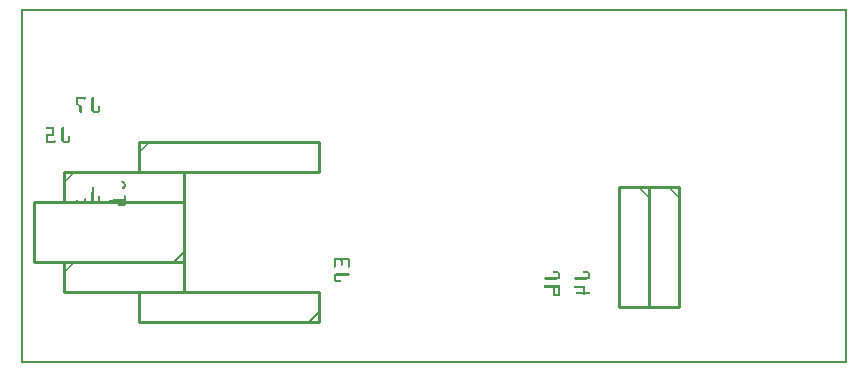
<source format=gbo>
G04 MADE WITH FRITZING*
G04 WWW.FRITZING.ORG*
G04 DOUBLE SIDED*
G04 HOLES PLATED*
G04 CONTOUR ON CENTER OF CONTOUR VECTOR*
%ASAXBY*%
%FSLAX23Y23*%
%MOIN*%
%OFA0B0*%
%SFA1.0B1.0*%
%ADD10C,0.010000*%
%ADD11C,0.005000*%
%ADD12R,0.001000X0.001000*%
%LNSILK0*%
G90*
G70*
G54D10*
X395Y737D02*
X995Y737D01*
D02*
X995Y737D02*
X995Y637D01*
D02*
X995Y637D02*
X395Y637D01*
D02*
X395Y637D02*
X395Y737D01*
D02*
X995Y137D02*
X395Y137D01*
D02*
X395Y137D02*
X395Y237D01*
D02*
X395Y237D02*
X995Y237D01*
D02*
X995Y237D02*
X995Y137D01*
G54D11*
D02*
X960Y137D02*
X995Y172D01*
G54D10*
D02*
X2195Y587D02*
X2195Y187D01*
D02*
X2195Y187D02*
X2095Y187D01*
D02*
X2095Y187D02*
X2095Y587D01*
D02*
X2095Y587D02*
X2195Y587D01*
D02*
X545Y337D02*
X45Y337D01*
D02*
X45Y337D02*
X45Y537D01*
D02*
X45Y537D02*
X545Y537D01*
D02*
X545Y537D02*
X545Y337D01*
G54D11*
D02*
X510Y337D02*
X545Y372D01*
G54D10*
D02*
X2095Y587D02*
X2095Y187D01*
D02*
X2095Y187D02*
X1995Y187D01*
D02*
X1995Y187D02*
X1995Y587D01*
D02*
X1995Y587D02*
X2095Y587D01*
D02*
X145Y637D02*
X545Y637D01*
D02*
X545Y637D02*
X545Y537D01*
D02*
X545Y537D02*
X145Y537D01*
D02*
X145Y537D02*
X145Y637D01*
D02*
X145Y337D02*
X545Y337D01*
D02*
X545Y337D02*
X545Y237D01*
D02*
X545Y237D02*
X145Y237D01*
D02*
X145Y237D02*
X145Y337D01*
G54D12*
X0Y1181D02*
X2754Y1181D01*
X0Y1180D02*
X2754Y1180D01*
X0Y1179D02*
X2754Y1179D01*
X0Y1178D02*
X2754Y1178D01*
X0Y1177D02*
X2754Y1177D01*
X0Y1176D02*
X2754Y1176D01*
X0Y1175D02*
X2754Y1175D01*
X0Y1174D02*
X2754Y1174D01*
X0Y1173D02*
X7Y1173D01*
X2747Y1173D02*
X2754Y1173D01*
X0Y1172D02*
X7Y1172D01*
X2747Y1172D02*
X2754Y1172D01*
X0Y1171D02*
X7Y1171D01*
X2747Y1171D02*
X2754Y1171D01*
X0Y1170D02*
X7Y1170D01*
X2747Y1170D02*
X2754Y1170D01*
X0Y1169D02*
X7Y1169D01*
X2747Y1169D02*
X2754Y1169D01*
X0Y1168D02*
X7Y1168D01*
X2747Y1168D02*
X2754Y1168D01*
X0Y1167D02*
X7Y1167D01*
X2747Y1167D02*
X2754Y1167D01*
X0Y1166D02*
X7Y1166D01*
X2747Y1166D02*
X2754Y1166D01*
X0Y1165D02*
X7Y1165D01*
X2747Y1165D02*
X2754Y1165D01*
X0Y1164D02*
X7Y1164D01*
X2747Y1164D02*
X2754Y1164D01*
X0Y1163D02*
X7Y1163D01*
X2747Y1163D02*
X2754Y1163D01*
X0Y1162D02*
X7Y1162D01*
X2747Y1162D02*
X2754Y1162D01*
X0Y1161D02*
X7Y1161D01*
X2747Y1161D02*
X2754Y1161D01*
X0Y1160D02*
X7Y1160D01*
X2747Y1160D02*
X2754Y1160D01*
X0Y1159D02*
X7Y1159D01*
X2747Y1159D02*
X2754Y1159D01*
X0Y1158D02*
X7Y1158D01*
X2747Y1158D02*
X2754Y1158D01*
X0Y1157D02*
X7Y1157D01*
X2747Y1157D02*
X2754Y1157D01*
X0Y1156D02*
X7Y1156D01*
X2747Y1156D02*
X2754Y1156D01*
X0Y1155D02*
X7Y1155D01*
X2747Y1155D02*
X2754Y1155D01*
X0Y1154D02*
X7Y1154D01*
X2747Y1154D02*
X2754Y1154D01*
X0Y1153D02*
X7Y1153D01*
X2747Y1153D02*
X2754Y1153D01*
X0Y1152D02*
X7Y1152D01*
X2747Y1152D02*
X2754Y1152D01*
X0Y1151D02*
X7Y1151D01*
X2747Y1151D02*
X2754Y1151D01*
X0Y1150D02*
X7Y1150D01*
X2747Y1150D02*
X2754Y1150D01*
X0Y1149D02*
X7Y1149D01*
X2747Y1149D02*
X2754Y1149D01*
X0Y1148D02*
X7Y1148D01*
X2747Y1148D02*
X2754Y1148D01*
X0Y1147D02*
X7Y1147D01*
X2747Y1147D02*
X2754Y1147D01*
X0Y1146D02*
X7Y1146D01*
X2747Y1146D02*
X2754Y1146D01*
X0Y1145D02*
X7Y1145D01*
X2747Y1145D02*
X2754Y1145D01*
X0Y1144D02*
X7Y1144D01*
X2747Y1144D02*
X2754Y1144D01*
X0Y1143D02*
X7Y1143D01*
X2747Y1143D02*
X2754Y1143D01*
X0Y1142D02*
X7Y1142D01*
X2747Y1142D02*
X2754Y1142D01*
X0Y1141D02*
X7Y1141D01*
X2747Y1141D02*
X2754Y1141D01*
X0Y1140D02*
X7Y1140D01*
X2747Y1140D02*
X2754Y1140D01*
X0Y1139D02*
X7Y1139D01*
X2747Y1139D02*
X2754Y1139D01*
X0Y1138D02*
X7Y1138D01*
X2747Y1138D02*
X2754Y1138D01*
X0Y1137D02*
X7Y1137D01*
X2747Y1137D02*
X2754Y1137D01*
X0Y1136D02*
X7Y1136D01*
X2747Y1136D02*
X2754Y1136D01*
X0Y1135D02*
X7Y1135D01*
X2747Y1135D02*
X2754Y1135D01*
X0Y1134D02*
X7Y1134D01*
X2747Y1134D02*
X2754Y1134D01*
X0Y1133D02*
X7Y1133D01*
X2747Y1133D02*
X2754Y1133D01*
X0Y1132D02*
X7Y1132D01*
X2747Y1132D02*
X2754Y1132D01*
X0Y1131D02*
X7Y1131D01*
X2747Y1131D02*
X2754Y1131D01*
X0Y1130D02*
X7Y1130D01*
X2747Y1130D02*
X2754Y1130D01*
X0Y1129D02*
X7Y1129D01*
X2747Y1129D02*
X2754Y1129D01*
X0Y1128D02*
X7Y1128D01*
X2747Y1128D02*
X2754Y1128D01*
X0Y1127D02*
X7Y1127D01*
X2747Y1127D02*
X2754Y1127D01*
X0Y1126D02*
X7Y1126D01*
X2747Y1126D02*
X2754Y1126D01*
X0Y1125D02*
X7Y1125D01*
X2747Y1125D02*
X2754Y1125D01*
X0Y1124D02*
X7Y1124D01*
X2747Y1124D02*
X2754Y1124D01*
X0Y1123D02*
X7Y1123D01*
X2747Y1123D02*
X2754Y1123D01*
X0Y1122D02*
X7Y1122D01*
X2747Y1122D02*
X2754Y1122D01*
X0Y1121D02*
X7Y1121D01*
X2747Y1121D02*
X2754Y1121D01*
X0Y1120D02*
X7Y1120D01*
X2747Y1120D02*
X2754Y1120D01*
X0Y1119D02*
X7Y1119D01*
X2747Y1119D02*
X2754Y1119D01*
X0Y1118D02*
X7Y1118D01*
X2747Y1118D02*
X2754Y1118D01*
X0Y1117D02*
X7Y1117D01*
X2747Y1117D02*
X2754Y1117D01*
X0Y1116D02*
X7Y1116D01*
X2747Y1116D02*
X2754Y1116D01*
X0Y1115D02*
X7Y1115D01*
X2747Y1115D02*
X2754Y1115D01*
X0Y1114D02*
X7Y1114D01*
X2747Y1114D02*
X2754Y1114D01*
X0Y1113D02*
X7Y1113D01*
X2747Y1113D02*
X2754Y1113D01*
X0Y1112D02*
X7Y1112D01*
X2747Y1112D02*
X2754Y1112D01*
X0Y1111D02*
X7Y1111D01*
X2747Y1111D02*
X2754Y1111D01*
X0Y1110D02*
X7Y1110D01*
X2747Y1110D02*
X2754Y1110D01*
X0Y1109D02*
X7Y1109D01*
X2747Y1109D02*
X2754Y1109D01*
X0Y1108D02*
X7Y1108D01*
X2747Y1108D02*
X2754Y1108D01*
X0Y1107D02*
X7Y1107D01*
X2747Y1107D02*
X2754Y1107D01*
X0Y1106D02*
X7Y1106D01*
X2747Y1106D02*
X2754Y1106D01*
X0Y1105D02*
X7Y1105D01*
X2747Y1105D02*
X2754Y1105D01*
X0Y1104D02*
X7Y1104D01*
X2747Y1104D02*
X2754Y1104D01*
X0Y1103D02*
X7Y1103D01*
X2747Y1103D02*
X2754Y1103D01*
X0Y1102D02*
X7Y1102D01*
X2747Y1102D02*
X2754Y1102D01*
X0Y1101D02*
X7Y1101D01*
X2747Y1101D02*
X2754Y1101D01*
X0Y1100D02*
X7Y1100D01*
X2747Y1100D02*
X2754Y1100D01*
X0Y1099D02*
X7Y1099D01*
X2747Y1099D02*
X2754Y1099D01*
X0Y1098D02*
X7Y1098D01*
X2747Y1098D02*
X2754Y1098D01*
X0Y1097D02*
X7Y1097D01*
X2747Y1097D02*
X2754Y1097D01*
X0Y1096D02*
X7Y1096D01*
X2747Y1096D02*
X2754Y1096D01*
X0Y1095D02*
X7Y1095D01*
X2747Y1095D02*
X2754Y1095D01*
X0Y1094D02*
X7Y1094D01*
X2747Y1094D02*
X2754Y1094D01*
X0Y1093D02*
X7Y1093D01*
X2747Y1093D02*
X2754Y1093D01*
X0Y1092D02*
X7Y1092D01*
X2747Y1092D02*
X2754Y1092D01*
X0Y1091D02*
X7Y1091D01*
X2747Y1091D02*
X2754Y1091D01*
X0Y1090D02*
X7Y1090D01*
X2747Y1090D02*
X2754Y1090D01*
X0Y1089D02*
X7Y1089D01*
X2747Y1089D02*
X2754Y1089D01*
X0Y1088D02*
X7Y1088D01*
X2747Y1088D02*
X2754Y1088D01*
X0Y1087D02*
X7Y1087D01*
X2747Y1087D02*
X2754Y1087D01*
X0Y1086D02*
X7Y1086D01*
X2747Y1086D02*
X2754Y1086D01*
X0Y1085D02*
X7Y1085D01*
X2747Y1085D02*
X2754Y1085D01*
X0Y1084D02*
X7Y1084D01*
X2747Y1084D02*
X2754Y1084D01*
X0Y1083D02*
X7Y1083D01*
X2747Y1083D02*
X2754Y1083D01*
X0Y1082D02*
X7Y1082D01*
X2747Y1082D02*
X2754Y1082D01*
X0Y1081D02*
X7Y1081D01*
X2747Y1081D02*
X2754Y1081D01*
X0Y1080D02*
X7Y1080D01*
X2747Y1080D02*
X2754Y1080D01*
X0Y1079D02*
X7Y1079D01*
X2747Y1079D02*
X2754Y1079D01*
X0Y1078D02*
X7Y1078D01*
X2747Y1078D02*
X2754Y1078D01*
X0Y1077D02*
X7Y1077D01*
X2747Y1077D02*
X2754Y1077D01*
X0Y1076D02*
X7Y1076D01*
X2747Y1076D02*
X2754Y1076D01*
X0Y1075D02*
X7Y1075D01*
X2747Y1075D02*
X2754Y1075D01*
X0Y1074D02*
X7Y1074D01*
X2747Y1074D02*
X2754Y1074D01*
X0Y1073D02*
X7Y1073D01*
X2747Y1073D02*
X2754Y1073D01*
X0Y1072D02*
X7Y1072D01*
X2747Y1072D02*
X2754Y1072D01*
X0Y1071D02*
X7Y1071D01*
X2747Y1071D02*
X2754Y1071D01*
X0Y1070D02*
X7Y1070D01*
X2747Y1070D02*
X2754Y1070D01*
X0Y1069D02*
X7Y1069D01*
X2747Y1069D02*
X2754Y1069D01*
X0Y1068D02*
X7Y1068D01*
X2747Y1068D02*
X2754Y1068D01*
X0Y1067D02*
X7Y1067D01*
X2747Y1067D02*
X2754Y1067D01*
X0Y1066D02*
X7Y1066D01*
X2747Y1066D02*
X2754Y1066D01*
X0Y1065D02*
X7Y1065D01*
X2747Y1065D02*
X2754Y1065D01*
X0Y1064D02*
X7Y1064D01*
X2747Y1064D02*
X2754Y1064D01*
X0Y1063D02*
X7Y1063D01*
X2747Y1063D02*
X2754Y1063D01*
X0Y1062D02*
X7Y1062D01*
X2747Y1062D02*
X2754Y1062D01*
X0Y1061D02*
X7Y1061D01*
X2747Y1061D02*
X2754Y1061D01*
X0Y1060D02*
X7Y1060D01*
X2747Y1060D02*
X2754Y1060D01*
X0Y1059D02*
X7Y1059D01*
X2747Y1059D02*
X2754Y1059D01*
X0Y1058D02*
X7Y1058D01*
X2747Y1058D02*
X2754Y1058D01*
X0Y1057D02*
X7Y1057D01*
X2747Y1057D02*
X2754Y1057D01*
X0Y1056D02*
X7Y1056D01*
X2747Y1056D02*
X2754Y1056D01*
X0Y1055D02*
X7Y1055D01*
X2747Y1055D02*
X2754Y1055D01*
X0Y1054D02*
X7Y1054D01*
X2747Y1054D02*
X2754Y1054D01*
X0Y1053D02*
X7Y1053D01*
X2747Y1053D02*
X2754Y1053D01*
X0Y1052D02*
X7Y1052D01*
X2747Y1052D02*
X2754Y1052D01*
X0Y1051D02*
X7Y1051D01*
X2747Y1051D02*
X2754Y1051D01*
X0Y1050D02*
X7Y1050D01*
X2747Y1050D02*
X2754Y1050D01*
X0Y1049D02*
X7Y1049D01*
X2747Y1049D02*
X2754Y1049D01*
X0Y1048D02*
X7Y1048D01*
X2747Y1048D02*
X2754Y1048D01*
X0Y1047D02*
X7Y1047D01*
X2747Y1047D02*
X2754Y1047D01*
X0Y1046D02*
X7Y1046D01*
X2747Y1046D02*
X2754Y1046D01*
X0Y1045D02*
X7Y1045D01*
X2747Y1045D02*
X2754Y1045D01*
X0Y1044D02*
X7Y1044D01*
X2747Y1044D02*
X2754Y1044D01*
X0Y1043D02*
X7Y1043D01*
X2747Y1043D02*
X2754Y1043D01*
X0Y1042D02*
X7Y1042D01*
X2747Y1042D02*
X2754Y1042D01*
X0Y1041D02*
X7Y1041D01*
X2747Y1041D02*
X2754Y1041D01*
X0Y1040D02*
X7Y1040D01*
X2747Y1040D02*
X2754Y1040D01*
X0Y1039D02*
X7Y1039D01*
X2747Y1039D02*
X2754Y1039D01*
X0Y1038D02*
X7Y1038D01*
X2747Y1038D02*
X2754Y1038D01*
X0Y1037D02*
X7Y1037D01*
X2747Y1037D02*
X2754Y1037D01*
X0Y1036D02*
X7Y1036D01*
X2747Y1036D02*
X2754Y1036D01*
X0Y1035D02*
X7Y1035D01*
X2747Y1035D02*
X2754Y1035D01*
X0Y1034D02*
X7Y1034D01*
X2747Y1034D02*
X2754Y1034D01*
X0Y1033D02*
X7Y1033D01*
X2747Y1033D02*
X2754Y1033D01*
X0Y1032D02*
X7Y1032D01*
X2747Y1032D02*
X2754Y1032D01*
X0Y1031D02*
X7Y1031D01*
X2747Y1031D02*
X2754Y1031D01*
X0Y1030D02*
X7Y1030D01*
X2747Y1030D02*
X2754Y1030D01*
X0Y1029D02*
X7Y1029D01*
X2747Y1029D02*
X2754Y1029D01*
X0Y1028D02*
X7Y1028D01*
X2747Y1028D02*
X2754Y1028D01*
X0Y1027D02*
X7Y1027D01*
X2747Y1027D02*
X2754Y1027D01*
X0Y1026D02*
X7Y1026D01*
X2747Y1026D02*
X2754Y1026D01*
X0Y1025D02*
X7Y1025D01*
X2747Y1025D02*
X2754Y1025D01*
X0Y1024D02*
X7Y1024D01*
X2747Y1024D02*
X2754Y1024D01*
X0Y1023D02*
X7Y1023D01*
X2747Y1023D02*
X2754Y1023D01*
X0Y1022D02*
X7Y1022D01*
X2747Y1022D02*
X2754Y1022D01*
X0Y1021D02*
X7Y1021D01*
X2747Y1021D02*
X2754Y1021D01*
X0Y1020D02*
X7Y1020D01*
X2747Y1020D02*
X2754Y1020D01*
X0Y1019D02*
X7Y1019D01*
X2747Y1019D02*
X2754Y1019D01*
X0Y1018D02*
X7Y1018D01*
X2747Y1018D02*
X2754Y1018D01*
X0Y1017D02*
X7Y1017D01*
X2747Y1017D02*
X2754Y1017D01*
X0Y1016D02*
X7Y1016D01*
X2747Y1016D02*
X2754Y1016D01*
X0Y1015D02*
X7Y1015D01*
X2747Y1015D02*
X2754Y1015D01*
X0Y1014D02*
X7Y1014D01*
X2747Y1014D02*
X2754Y1014D01*
X0Y1013D02*
X7Y1013D01*
X2747Y1013D02*
X2754Y1013D01*
X0Y1012D02*
X7Y1012D01*
X2747Y1012D02*
X2754Y1012D01*
X0Y1011D02*
X7Y1011D01*
X2747Y1011D02*
X2754Y1011D01*
X0Y1010D02*
X7Y1010D01*
X2747Y1010D02*
X2754Y1010D01*
X0Y1009D02*
X7Y1009D01*
X2747Y1009D02*
X2754Y1009D01*
X0Y1008D02*
X7Y1008D01*
X2747Y1008D02*
X2754Y1008D01*
X0Y1007D02*
X7Y1007D01*
X2747Y1007D02*
X2754Y1007D01*
X0Y1006D02*
X7Y1006D01*
X2747Y1006D02*
X2754Y1006D01*
X0Y1005D02*
X7Y1005D01*
X2747Y1005D02*
X2754Y1005D01*
X0Y1004D02*
X7Y1004D01*
X2747Y1004D02*
X2754Y1004D01*
X0Y1003D02*
X7Y1003D01*
X2747Y1003D02*
X2754Y1003D01*
X0Y1002D02*
X7Y1002D01*
X2747Y1002D02*
X2754Y1002D01*
X0Y1001D02*
X7Y1001D01*
X2747Y1001D02*
X2754Y1001D01*
X0Y1000D02*
X7Y1000D01*
X2747Y1000D02*
X2754Y1000D01*
X0Y999D02*
X7Y999D01*
X2747Y999D02*
X2754Y999D01*
X0Y998D02*
X7Y998D01*
X2747Y998D02*
X2754Y998D01*
X0Y997D02*
X7Y997D01*
X2747Y997D02*
X2754Y997D01*
X0Y996D02*
X7Y996D01*
X2747Y996D02*
X2754Y996D01*
X0Y995D02*
X7Y995D01*
X2747Y995D02*
X2754Y995D01*
X0Y994D02*
X7Y994D01*
X2747Y994D02*
X2754Y994D01*
X0Y993D02*
X7Y993D01*
X2747Y993D02*
X2754Y993D01*
X0Y992D02*
X7Y992D01*
X2747Y992D02*
X2754Y992D01*
X0Y991D02*
X7Y991D01*
X2747Y991D02*
X2754Y991D01*
X0Y990D02*
X7Y990D01*
X2747Y990D02*
X2754Y990D01*
X0Y989D02*
X7Y989D01*
X2747Y989D02*
X2754Y989D01*
X0Y988D02*
X7Y988D01*
X2747Y988D02*
X2754Y988D01*
X0Y987D02*
X7Y987D01*
X2747Y987D02*
X2754Y987D01*
X0Y986D02*
X7Y986D01*
X2747Y986D02*
X2754Y986D01*
X0Y985D02*
X7Y985D01*
X2747Y985D02*
X2754Y985D01*
X0Y984D02*
X7Y984D01*
X2747Y984D02*
X2754Y984D01*
X0Y983D02*
X7Y983D01*
X2747Y983D02*
X2754Y983D01*
X0Y982D02*
X7Y982D01*
X2747Y982D02*
X2754Y982D01*
X0Y981D02*
X7Y981D01*
X2747Y981D02*
X2754Y981D01*
X0Y980D02*
X7Y980D01*
X2747Y980D02*
X2754Y980D01*
X0Y979D02*
X7Y979D01*
X2747Y979D02*
X2754Y979D01*
X0Y978D02*
X7Y978D01*
X2747Y978D02*
X2754Y978D01*
X0Y977D02*
X7Y977D01*
X2747Y977D02*
X2754Y977D01*
X0Y976D02*
X7Y976D01*
X2747Y976D02*
X2754Y976D01*
X0Y975D02*
X7Y975D01*
X2747Y975D02*
X2754Y975D01*
X0Y974D02*
X7Y974D01*
X2747Y974D02*
X2754Y974D01*
X0Y973D02*
X7Y973D01*
X2747Y973D02*
X2754Y973D01*
X0Y972D02*
X7Y972D01*
X2747Y972D02*
X2754Y972D01*
X0Y971D02*
X7Y971D01*
X2747Y971D02*
X2754Y971D01*
X0Y970D02*
X7Y970D01*
X2747Y970D02*
X2754Y970D01*
X0Y969D02*
X7Y969D01*
X2747Y969D02*
X2754Y969D01*
X0Y968D02*
X7Y968D01*
X2747Y968D02*
X2754Y968D01*
X0Y967D02*
X7Y967D01*
X2747Y967D02*
X2754Y967D01*
X0Y966D02*
X7Y966D01*
X2747Y966D02*
X2754Y966D01*
X0Y965D02*
X7Y965D01*
X2747Y965D02*
X2754Y965D01*
X0Y964D02*
X7Y964D01*
X2747Y964D02*
X2754Y964D01*
X0Y963D02*
X7Y963D01*
X2747Y963D02*
X2754Y963D01*
X0Y962D02*
X7Y962D01*
X2747Y962D02*
X2754Y962D01*
X0Y961D02*
X7Y961D01*
X2747Y961D02*
X2754Y961D01*
X0Y960D02*
X7Y960D01*
X2747Y960D02*
X2754Y960D01*
X0Y959D02*
X7Y959D01*
X2747Y959D02*
X2754Y959D01*
X0Y958D02*
X7Y958D01*
X2747Y958D02*
X2754Y958D01*
X0Y957D02*
X7Y957D01*
X2747Y957D02*
X2754Y957D01*
X0Y956D02*
X7Y956D01*
X2747Y956D02*
X2754Y956D01*
X0Y955D02*
X7Y955D01*
X2747Y955D02*
X2754Y955D01*
X0Y954D02*
X7Y954D01*
X2747Y954D02*
X2754Y954D01*
X0Y953D02*
X7Y953D01*
X2747Y953D02*
X2754Y953D01*
X0Y952D02*
X7Y952D01*
X2747Y952D02*
X2754Y952D01*
X0Y951D02*
X7Y951D01*
X2747Y951D02*
X2754Y951D01*
X0Y950D02*
X7Y950D01*
X2747Y950D02*
X2754Y950D01*
X0Y949D02*
X7Y949D01*
X2747Y949D02*
X2754Y949D01*
X0Y948D02*
X7Y948D01*
X2747Y948D02*
X2754Y948D01*
X0Y947D02*
X7Y947D01*
X2747Y947D02*
X2754Y947D01*
X0Y946D02*
X7Y946D01*
X2747Y946D02*
X2754Y946D01*
X0Y945D02*
X7Y945D01*
X2747Y945D02*
X2754Y945D01*
X0Y944D02*
X7Y944D01*
X2747Y944D02*
X2754Y944D01*
X0Y943D02*
X7Y943D01*
X2747Y943D02*
X2754Y943D01*
X0Y942D02*
X7Y942D01*
X2747Y942D02*
X2754Y942D01*
X0Y941D02*
X7Y941D01*
X2747Y941D02*
X2754Y941D01*
X0Y940D02*
X7Y940D01*
X2747Y940D02*
X2754Y940D01*
X0Y939D02*
X7Y939D01*
X2747Y939D02*
X2754Y939D01*
X0Y938D02*
X7Y938D01*
X2747Y938D02*
X2754Y938D01*
X0Y937D02*
X7Y937D01*
X2747Y937D02*
X2754Y937D01*
X0Y936D02*
X7Y936D01*
X2747Y936D02*
X2754Y936D01*
X0Y935D02*
X7Y935D01*
X2747Y935D02*
X2754Y935D01*
X0Y934D02*
X7Y934D01*
X2747Y934D02*
X2754Y934D01*
X0Y933D02*
X7Y933D01*
X2747Y933D02*
X2754Y933D01*
X0Y932D02*
X7Y932D01*
X2747Y932D02*
X2754Y932D01*
X0Y931D02*
X7Y931D01*
X2747Y931D02*
X2754Y931D01*
X0Y930D02*
X7Y930D01*
X2747Y930D02*
X2754Y930D01*
X0Y929D02*
X7Y929D01*
X2747Y929D02*
X2754Y929D01*
X0Y928D02*
X7Y928D01*
X2747Y928D02*
X2754Y928D01*
X0Y927D02*
X7Y927D01*
X2747Y927D02*
X2754Y927D01*
X0Y926D02*
X7Y926D01*
X2747Y926D02*
X2754Y926D01*
X0Y925D02*
X7Y925D01*
X2747Y925D02*
X2754Y925D01*
X0Y924D02*
X7Y924D01*
X2747Y924D02*
X2754Y924D01*
X0Y923D02*
X7Y923D01*
X2747Y923D02*
X2754Y923D01*
X0Y922D02*
X7Y922D01*
X2747Y922D02*
X2754Y922D01*
X0Y921D02*
X7Y921D01*
X2747Y921D02*
X2754Y921D01*
X0Y920D02*
X7Y920D01*
X2747Y920D02*
X2754Y920D01*
X0Y919D02*
X7Y919D01*
X2747Y919D02*
X2754Y919D01*
X0Y918D02*
X7Y918D01*
X2747Y918D02*
X2754Y918D01*
X0Y917D02*
X7Y917D01*
X2747Y917D02*
X2754Y917D01*
X0Y916D02*
X7Y916D01*
X2747Y916D02*
X2754Y916D01*
X0Y915D02*
X7Y915D01*
X2747Y915D02*
X2754Y915D01*
X0Y914D02*
X7Y914D01*
X2747Y914D02*
X2754Y914D01*
X0Y913D02*
X7Y913D01*
X2747Y913D02*
X2754Y913D01*
X0Y912D02*
X7Y912D01*
X2747Y912D02*
X2754Y912D01*
X0Y911D02*
X7Y911D01*
X2747Y911D02*
X2754Y911D01*
X0Y910D02*
X7Y910D01*
X2747Y910D02*
X2754Y910D01*
X0Y909D02*
X7Y909D01*
X2747Y909D02*
X2754Y909D01*
X0Y908D02*
X7Y908D01*
X2747Y908D02*
X2754Y908D01*
X0Y907D02*
X7Y907D01*
X2747Y907D02*
X2754Y907D01*
X0Y906D02*
X7Y906D01*
X2747Y906D02*
X2754Y906D01*
X0Y905D02*
X7Y905D01*
X2747Y905D02*
X2754Y905D01*
X0Y904D02*
X7Y904D01*
X2747Y904D02*
X2754Y904D01*
X0Y903D02*
X7Y903D01*
X2747Y903D02*
X2754Y903D01*
X0Y902D02*
X7Y902D01*
X2747Y902D02*
X2754Y902D01*
X0Y901D02*
X7Y901D01*
X2747Y901D02*
X2754Y901D01*
X0Y900D02*
X7Y900D01*
X2747Y900D02*
X2754Y900D01*
X0Y899D02*
X7Y899D01*
X2747Y899D02*
X2754Y899D01*
X0Y898D02*
X7Y898D01*
X2747Y898D02*
X2754Y898D01*
X0Y897D02*
X7Y897D01*
X2747Y897D02*
X2754Y897D01*
X0Y896D02*
X7Y896D01*
X2747Y896D02*
X2754Y896D01*
X0Y895D02*
X7Y895D01*
X2747Y895D02*
X2754Y895D01*
X0Y894D02*
X7Y894D01*
X2747Y894D02*
X2754Y894D01*
X0Y893D02*
X7Y893D01*
X2747Y893D02*
X2754Y893D01*
X0Y892D02*
X7Y892D01*
X2747Y892D02*
X2754Y892D01*
X0Y891D02*
X7Y891D01*
X2747Y891D02*
X2754Y891D01*
X0Y890D02*
X7Y890D01*
X2747Y890D02*
X2754Y890D01*
X0Y889D02*
X7Y889D01*
X2747Y889D02*
X2754Y889D01*
X0Y888D02*
X7Y888D01*
X2747Y888D02*
X2754Y888D01*
X0Y887D02*
X7Y887D01*
X183Y887D02*
X215Y887D01*
X238Y887D02*
X241Y887D01*
X2747Y887D02*
X2754Y887D01*
X0Y886D02*
X7Y886D01*
X183Y886D02*
X216Y886D01*
X237Y886D02*
X242Y886D01*
X2747Y886D02*
X2754Y886D01*
X0Y885D02*
X7Y885D01*
X183Y885D02*
X216Y885D01*
X236Y885D02*
X242Y885D01*
X2747Y885D02*
X2754Y885D01*
X0Y884D02*
X7Y884D01*
X183Y884D02*
X216Y884D01*
X236Y884D02*
X242Y884D01*
X2747Y884D02*
X2754Y884D01*
X0Y883D02*
X7Y883D01*
X183Y883D02*
X216Y883D01*
X236Y883D02*
X242Y883D01*
X2747Y883D02*
X2754Y883D01*
X0Y882D02*
X7Y882D01*
X183Y882D02*
X216Y882D01*
X236Y882D02*
X242Y882D01*
X2747Y882D02*
X2754Y882D01*
X0Y881D02*
X7Y881D01*
X183Y881D02*
X216Y881D01*
X236Y881D02*
X242Y881D01*
X2747Y881D02*
X2754Y881D01*
X0Y880D02*
X7Y880D01*
X183Y880D02*
X189Y880D01*
X211Y880D02*
X216Y880D01*
X236Y880D02*
X242Y880D01*
X2747Y880D02*
X2754Y880D01*
X0Y879D02*
X7Y879D01*
X183Y879D02*
X189Y879D01*
X211Y879D02*
X215Y879D01*
X236Y879D02*
X242Y879D01*
X2747Y879D02*
X2754Y879D01*
X0Y878D02*
X7Y878D01*
X183Y878D02*
X189Y878D01*
X213Y878D02*
X214Y878D01*
X236Y878D02*
X242Y878D01*
X2747Y878D02*
X2754Y878D01*
X0Y877D02*
X7Y877D01*
X183Y877D02*
X189Y877D01*
X236Y877D02*
X242Y877D01*
X2747Y877D02*
X2754Y877D01*
X0Y876D02*
X7Y876D01*
X183Y876D02*
X189Y876D01*
X236Y876D02*
X242Y876D01*
X2747Y876D02*
X2754Y876D01*
X0Y875D02*
X7Y875D01*
X183Y875D02*
X189Y875D01*
X236Y875D02*
X242Y875D01*
X2747Y875D02*
X2754Y875D01*
X0Y874D02*
X7Y874D01*
X183Y874D02*
X189Y874D01*
X236Y874D02*
X242Y874D01*
X2747Y874D02*
X2754Y874D01*
X0Y873D02*
X7Y873D01*
X183Y873D02*
X189Y873D01*
X236Y873D02*
X242Y873D01*
X2747Y873D02*
X2754Y873D01*
X0Y872D02*
X7Y872D01*
X183Y872D02*
X189Y872D01*
X236Y872D02*
X242Y872D01*
X2747Y872D02*
X2754Y872D01*
X0Y871D02*
X7Y871D01*
X183Y871D02*
X189Y871D01*
X236Y871D02*
X242Y871D01*
X2747Y871D02*
X2754Y871D01*
X0Y870D02*
X7Y870D01*
X183Y870D02*
X189Y870D01*
X236Y870D02*
X242Y870D01*
X2747Y870D02*
X2754Y870D01*
X0Y869D02*
X7Y869D01*
X183Y869D02*
X189Y869D01*
X236Y869D02*
X242Y869D01*
X2747Y869D02*
X2754Y869D01*
X0Y868D02*
X7Y868D01*
X183Y868D02*
X189Y868D01*
X236Y868D02*
X242Y868D01*
X2747Y868D02*
X2754Y868D01*
X0Y867D02*
X7Y867D01*
X183Y867D02*
X190Y867D01*
X236Y867D02*
X242Y867D01*
X2747Y867D02*
X2754Y867D01*
X0Y866D02*
X7Y866D01*
X183Y866D02*
X191Y866D01*
X236Y866D02*
X242Y866D01*
X2747Y866D02*
X2754Y866D01*
X0Y865D02*
X7Y865D01*
X183Y865D02*
X192Y865D01*
X236Y865D02*
X242Y865D01*
X2747Y865D02*
X2754Y865D01*
X0Y864D02*
X7Y864D01*
X184Y864D02*
X194Y864D01*
X236Y864D02*
X242Y864D01*
X2747Y864D02*
X2754Y864D01*
X0Y863D02*
X7Y863D01*
X185Y863D02*
X195Y863D01*
X236Y863D02*
X242Y863D01*
X2747Y863D02*
X2754Y863D01*
X0Y862D02*
X7Y862D01*
X186Y862D02*
X196Y862D01*
X236Y862D02*
X242Y862D01*
X2747Y862D02*
X2754Y862D01*
X0Y861D02*
X7Y861D01*
X187Y861D02*
X197Y861D01*
X236Y861D02*
X242Y861D01*
X2747Y861D02*
X2754Y861D01*
X0Y860D02*
X7Y860D01*
X189Y860D02*
X198Y860D01*
X236Y860D02*
X242Y860D01*
X2747Y860D02*
X2754Y860D01*
X0Y859D02*
X7Y859D01*
X190Y859D02*
X199Y859D01*
X236Y859D02*
X242Y859D01*
X2747Y859D02*
X2754Y859D01*
X0Y858D02*
X7Y858D01*
X191Y858D02*
X201Y858D01*
X236Y858D02*
X242Y858D01*
X259Y858D02*
X261Y858D01*
X2747Y858D02*
X2754Y858D01*
X0Y857D02*
X7Y857D01*
X192Y857D02*
X202Y857D01*
X236Y857D02*
X242Y857D01*
X258Y857D02*
X262Y857D01*
X2747Y857D02*
X2754Y857D01*
X0Y856D02*
X7Y856D01*
X193Y856D02*
X202Y856D01*
X236Y856D02*
X242Y856D01*
X257Y856D02*
X263Y856D01*
X2747Y856D02*
X2754Y856D01*
X0Y855D02*
X7Y855D01*
X194Y855D02*
X202Y855D01*
X236Y855D02*
X242Y855D01*
X257Y855D02*
X263Y855D01*
X2747Y855D02*
X2754Y855D01*
X0Y854D02*
X7Y854D01*
X196Y854D02*
X203Y854D01*
X236Y854D02*
X242Y854D01*
X257Y854D02*
X263Y854D01*
X2747Y854D02*
X2754Y854D01*
X0Y853D02*
X7Y853D01*
X196Y853D02*
X203Y853D01*
X236Y853D02*
X242Y853D01*
X257Y853D02*
X263Y853D01*
X2747Y853D02*
X2754Y853D01*
X0Y852D02*
X7Y852D01*
X196Y852D02*
X203Y852D01*
X236Y852D02*
X242Y852D01*
X257Y852D02*
X263Y852D01*
X2747Y852D02*
X2754Y852D01*
X0Y851D02*
X7Y851D01*
X196Y851D02*
X203Y851D01*
X236Y851D02*
X242Y851D01*
X257Y851D02*
X263Y851D01*
X2747Y851D02*
X2754Y851D01*
X0Y850D02*
X7Y850D01*
X196Y850D02*
X203Y850D01*
X236Y850D02*
X242Y850D01*
X257Y850D02*
X263Y850D01*
X2747Y850D02*
X2754Y850D01*
X0Y849D02*
X7Y849D01*
X196Y849D02*
X203Y849D01*
X236Y849D02*
X242Y849D01*
X257Y849D02*
X263Y849D01*
X2747Y849D02*
X2754Y849D01*
X0Y848D02*
X7Y848D01*
X196Y848D02*
X203Y848D01*
X236Y848D02*
X242Y848D01*
X257Y848D02*
X263Y848D01*
X2747Y848D02*
X2754Y848D01*
X0Y847D02*
X7Y847D01*
X196Y847D02*
X203Y847D01*
X236Y847D02*
X242Y847D01*
X257Y847D02*
X263Y847D01*
X2747Y847D02*
X2754Y847D01*
X0Y846D02*
X7Y846D01*
X196Y846D02*
X203Y846D01*
X236Y846D02*
X242Y846D01*
X257Y846D02*
X263Y846D01*
X2747Y846D02*
X2754Y846D01*
X0Y845D02*
X7Y845D01*
X196Y845D02*
X203Y845D01*
X236Y845D02*
X242Y845D01*
X257Y845D02*
X263Y845D01*
X2747Y845D02*
X2754Y845D01*
X0Y844D02*
X7Y844D01*
X196Y844D02*
X203Y844D01*
X236Y844D02*
X242Y844D01*
X257Y844D02*
X263Y844D01*
X2747Y844D02*
X2754Y844D01*
X0Y843D02*
X7Y843D01*
X196Y843D02*
X203Y843D01*
X236Y843D02*
X243Y843D01*
X257Y843D02*
X263Y843D01*
X2747Y843D02*
X2754Y843D01*
X0Y842D02*
X7Y842D01*
X196Y842D02*
X203Y842D01*
X237Y842D02*
X243Y842D01*
X256Y842D02*
X263Y842D01*
X2747Y842D02*
X2754Y842D01*
X0Y841D02*
X7Y841D01*
X196Y841D02*
X203Y841D01*
X237Y841D02*
X244Y841D01*
X255Y841D02*
X263Y841D01*
X2747Y841D02*
X2754Y841D01*
X0Y840D02*
X7Y840D01*
X196Y840D02*
X203Y840D01*
X237Y840D02*
X262Y840D01*
X2747Y840D02*
X2754Y840D01*
X0Y839D02*
X7Y839D01*
X196Y839D02*
X203Y839D01*
X238Y839D02*
X262Y839D01*
X2747Y839D02*
X2754Y839D01*
X0Y838D02*
X7Y838D01*
X196Y838D02*
X203Y838D01*
X238Y838D02*
X261Y838D01*
X2747Y838D02*
X2754Y838D01*
X0Y837D02*
X7Y837D01*
X197Y837D02*
X202Y837D01*
X239Y837D02*
X260Y837D01*
X2747Y837D02*
X2754Y837D01*
X0Y836D02*
X7Y836D01*
X197Y836D02*
X202Y836D01*
X240Y836D02*
X259Y836D01*
X2747Y836D02*
X2754Y836D01*
X0Y835D02*
X7Y835D01*
X197Y835D02*
X202Y835D01*
X242Y835D02*
X258Y835D01*
X2747Y835D02*
X2754Y835D01*
X0Y834D02*
X7Y834D01*
X198Y834D02*
X200Y834D01*
X244Y834D02*
X255Y834D01*
X2747Y834D02*
X2754Y834D01*
X0Y833D02*
X7Y833D01*
X2747Y833D02*
X2754Y833D01*
X0Y832D02*
X7Y832D01*
X2747Y832D02*
X2754Y832D01*
X0Y831D02*
X7Y831D01*
X2747Y831D02*
X2754Y831D01*
X0Y830D02*
X7Y830D01*
X2747Y830D02*
X2754Y830D01*
X0Y829D02*
X7Y829D01*
X2747Y829D02*
X2754Y829D01*
X0Y828D02*
X7Y828D01*
X2747Y828D02*
X2754Y828D01*
X0Y827D02*
X7Y827D01*
X2747Y827D02*
X2754Y827D01*
X0Y826D02*
X7Y826D01*
X2747Y826D02*
X2754Y826D01*
X0Y825D02*
X7Y825D01*
X2747Y825D02*
X2754Y825D01*
X0Y824D02*
X7Y824D01*
X2747Y824D02*
X2754Y824D01*
X0Y823D02*
X7Y823D01*
X2747Y823D02*
X2754Y823D01*
X0Y822D02*
X7Y822D01*
X2747Y822D02*
X2754Y822D01*
X0Y821D02*
X7Y821D01*
X2747Y821D02*
X2754Y821D01*
X0Y820D02*
X7Y820D01*
X2747Y820D02*
X2754Y820D01*
X0Y819D02*
X7Y819D01*
X2747Y819D02*
X2754Y819D01*
X0Y818D02*
X7Y818D01*
X2747Y818D02*
X2754Y818D01*
X0Y817D02*
X7Y817D01*
X2747Y817D02*
X2754Y817D01*
X0Y816D02*
X7Y816D01*
X2747Y816D02*
X2754Y816D01*
X0Y815D02*
X7Y815D01*
X2747Y815D02*
X2754Y815D01*
X0Y814D02*
X7Y814D01*
X2747Y814D02*
X2754Y814D01*
X0Y813D02*
X7Y813D01*
X2747Y813D02*
X2754Y813D01*
X0Y812D02*
X7Y812D01*
X2747Y812D02*
X2754Y812D01*
X0Y811D02*
X7Y811D01*
X2747Y811D02*
X2754Y811D01*
X0Y810D02*
X7Y810D01*
X2747Y810D02*
X2754Y810D01*
X0Y809D02*
X7Y809D01*
X2747Y809D02*
X2754Y809D01*
X0Y808D02*
X7Y808D01*
X2747Y808D02*
X2754Y808D01*
X0Y807D02*
X7Y807D01*
X2747Y807D02*
X2754Y807D01*
X0Y806D02*
X7Y806D01*
X2747Y806D02*
X2754Y806D01*
X0Y805D02*
X7Y805D01*
X2747Y805D02*
X2754Y805D01*
X0Y804D02*
X7Y804D01*
X2747Y804D02*
X2754Y804D01*
X0Y803D02*
X7Y803D01*
X2747Y803D02*
X2754Y803D01*
X0Y802D02*
X7Y802D01*
X2747Y802D02*
X2754Y802D01*
X0Y801D02*
X7Y801D01*
X2747Y801D02*
X2754Y801D01*
X0Y800D02*
X7Y800D01*
X2747Y800D02*
X2754Y800D01*
X0Y799D02*
X7Y799D01*
X2747Y799D02*
X2754Y799D01*
X0Y798D02*
X7Y798D01*
X2747Y798D02*
X2754Y798D01*
X0Y797D02*
X7Y797D01*
X2747Y797D02*
X2754Y797D01*
X0Y796D02*
X7Y796D01*
X2747Y796D02*
X2754Y796D01*
X0Y795D02*
X7Y795D01*
X2747Y795D02*
X2754Y795D01*
X0Y794D02*
X7Y794D01*
X2747Y794D02*
X2754Y794D01*
X0Y793D02*
X7Y793D01*
X2747Y793D02*
X2754Y793D01*
X0Y792D02*
X7Y792D01*
X2747Y792D02*
X2754Y792D01*
X0Y791D02*
X7Y791D01*
X2747Y791D02*
X2754Y791D01*
X0Y790D02*
X7Y790D01*
X2747Y790D02*
X2754Y790D01*
X0Y789D02*
X7Y789D01*
X2747Y789D02*
X2754Y789D01*
X0Y788D02*
X7Y788D01*
X2747Y788D02*
X2754Y788D01*
X0Y787D02*
X7Y787D01*
X84Y787D02*
X109Y787D01*
X138Y787D02*
X141Y787D01*
X2747Y787D02*
X2754Y787D01*
X0Y786D02*
X7Y786D01*
X83Y786D02*
X109Y786D01*
X137Y786D02*
X142Y786D01*
X2747Y786D02*
X2754Y786D01*
X0Y785D02*
X7Y785D01*
X83Y785D02*
X109Y785D01*
X137Y785D02*
X142Y785D01*
X2747Y785D02*
X2754Y785D01*
X0Y784D02*
X7Y784D01*
X83Y784D02*
X109Y784D01*
X136Y784D02*
X142Y784D01*
X2747Y784D02*
X2754Y784D01*
X0Y783D02*
X7Y783D01*
X83Y783D02*
X109Y783D01*
X136Y783D02*
X142Y783D01*
X2747Y783D02*
X2754Y783D01*
X0Y782D02*
X7Y782D01*
X84Y782D02*
X109Y782D01*
X136Y782D02*
X142Y782D01*
X2747Y782D02*
X2754Y782D01*
X0Y781D02*
X7Y781D01*
X85Y781D02*
X109Y781D01*
X136Y781D02*
X142Y781D01*
X2747Y781D02*
X2754Y781D01*
X0Y780D02*
X7Y780D01*
X103Y780D02*
X109Y780D01*
X136Y780D02*
X142Y780D01*
X2747Y780D02*
X2754Y780D01*
X0Y779D02*
X7Y779D01*
X103Y779D02*
X109Y779D01*
X136Y779D02*
X142Y779D01*
X2747Y779D02*
X2754Y779D01*
X0Y778D02*
X7Y778D01*
X103Y778D02*
X109Y778D01*
X136Y778D02*
X142Y778D01*
X2747Y778D02*
X2754Y778D01*
X0Y777D02*
X7Y777D01*
X103Y777D02*
X109Y777D01*
X136Y777D02*
X142Y777D01*
X2747Y777D02*
X2754Y777D01*
X0Y776D02*
X7Y776D01*
X103Y776D02*
X109Y776D01*
X136Y776D02*
X142Y776D01*
X2747Y776D02*
X2754Y776D01*
X0Y775D02*
X7Y775D01*
X103Y775D02*
X109Y775D01*
X136Y775D02*
X142Y775D01*
X2747Y775D02*
X2754Y775D01*
X0Y774D02*
X7Y774D01*
X103Y774D02*
X109Y774D01*
X136Y774D02*
X142Y774D01*
X2747Y774D02*
X2754Y774D01*
X0Y773D02*
X7Y773D01*
X103Y773D02*
X109Y773D01*
X136Y773D02*
X142Y773D01*
X2747Y773D02*
X2754Y773D01*
X0Y772D02*
X7Y772D01*
X103Y772D02*
X109Y772D01*
X136Y772D02*
X142Y772D01*
X2747Y772D02*
X2754Y772D01*
X0Y771D02*
X7Y771D01*
X103Y771D02*
X109Y771D01*
X136Y771D02*
X142Y771D01*
X2747Y771D02*
X2754Y771D01*
X0Y770D02*
X7Y770D01*
X103Y770D02*
X109Y770D01*
X136Y770D02*
X142Y770D01*
X2747Y770D02*
X2754Y770D01*
X0Y769D02*
X7Y769D01*
X103Y769D02*
X109Y769D01*
X136Y769D02*
X142Y769D01*
X2747Y769D02*
X2754Y769D01*
X0Y768D02*
X7Y768D01*
X103Y768D02*
X109Y768D01*
X136Y768D02*
X142Y768D01*
X2747Y768D02*
X2754Y768D01*
X0Y767D02*
X7Y767D01*
X103Y767D02*
X109Y767D01*
X136Y767D02*
X142Y767D01*
X2747Y767D02*
X2754Y767D01*
X0Y766D02*
X7Y766D01*
X103Y766D02*
X109Y766D01*
X136Y766D02*
X142Y766D01*
X2747Y766D02*
X2754Y766D01*
X0Y765D02*
X7Y765D01*
X103Y765D02*
X109Y765D01*
X136Y765D02*
X142Y765D01*
X2747Y765D02*
X2754Y765D01*
X0Y764D02*
X7Y764D01*
X88Y764D02*
X109Y764D01*
X136Y764D02*
X142Y764D01*
X2747Y764D02*
X2754Y764D01*
X0Y763D02*
X7Y763D01*
X86Y763D02*
X109Y763D01*
X136Y763D02*
X142Y763D01*
X2747Y763D02*
X2754Y763D01*
X0Y762D02*
X7Y762D01*
X85Y762D02*
X109Y762D01*
X136Y762D02*
X142Y762D01*
X2747Y762D02*
X2754Y762D01*
X0Y761D02*
X7Y761D01*
X84Y761D02*
X109Y761D01*
X136Y761D02*
X142Y761D01*
X2747Y761D02*
X2754Y761D01*
X0Y760D02*
X7Y760D01*
X83Y760D02*
X109Y760D01*
X136Y760D02*
X142Y760D01*
X2747Y760D02*
X2754Y760D01*
X0Y759D02*
X7Y759D01*
X83Y759D02*
X109Y759D01*
X136Y759D02*
X142Y759D01*
X2747Y759D02*
X2754Y759D01*
X0Y758D02*
X7Y758D01*
X83Y758D02*
X109Y758D01*
X136Y758D02*
X142Y758D01*
X159Y758D02*
X161Y758D01*
X2747Y758D02*
X2754Y758D01*
X0Y757D02*
X7Y757D01*
X83Y757D02*
X89Y757D01*
X136Y757D02*
X142Y757D01*
X158Y757D02*
X162Y757D01*
X2747Y757D02*
X2754Y757D01*
X0Y756D02*
X7Y756D01*
X83Y756D02*
X89Y756D01*
X136Y756D02*
X142Y756D01*
X157Y756D02*
X163Y756D01*
X2747Y756D02*
X2754Y756D01*
X0Y755D02*
X7Y755D01*
X83Y755D02*
X89Y755D01*
X136Y755D02*
X142Y755D01*
X157Y755D02*
X163Y755D01*
X2747Y755D02*
X2754Y755D01*
X0Y754D02*
X7Y754D01*
X83Y754D02*
X89Y754D01*
X136Y754D02*
X142Y754D01*
X157Y754D02*
X163Y754D01*
X2747Y754D02*
X2754Y754D01*
X0Y753D02*
X7Y753D01*
X83Y753D02*
X89Y753D01*
X136Y753D02*
X142Y753D01*
X157Y753D02*
X163Y753D01*
X2747Y753D02*
X2754Y753D01*
X0Y752D02*
X7Y752D01*
X83Y752D02*
X89Y752D01*
X136Y752D02*
X142Y752D01*
X157Y752D02*
X163Y752D01*
X2747Y752D02*
X2754Y752D01*
X0Y751D02*
X7Y751D01*
X83Y751D02*
X89Y751D01*
X136Y751D02*
X142Y751D01*
X157Y751D02*
X163Y751D01*
X2747Y751D02*
X2754Y751D01*
X0Y750D02*
X7Y750D01*
X83Y750D02*
X89Y750D01*
X136Y750D02*
X142Y750D01*
X157Y750D02*
X163Y750D01*
X2747Y750D02*
X2754Y750D01*
X0Y749D02*
X7Y749D01*
X83Y749D02*
X89Y749D01*
X136Y749D02*
X142Y749D01*
X157Y749D02*
X163Y749D01*
X2747Y749D02*
X2754Y749D01*
X0Y748D02*
X7Y748D01*
X83Y748D02*
X89Y748D01*
X136Y748D02*
X142Y748D01*
X157Y748D02*
X163Y748D01*
X2747Y748D02*
X2754Y748D01*
X0Y747D02*
X7Y747D01*
X83Y747D02*
X89Y747D01*
X136Y747D02*
X142Y747D01*
X157Y747D02*
X163Y747D01*
X2747Y747D02*
X2754Y747D01*
X0Y746D02*
X7Y746D01*
X83Y746D02*
X89Y746D01*
X136Y746D02*
X142Y746D01*
X157Y746D02*
X163Y746D01*
X2747Y746D02*
X2754Y746D01*
X0Y745D02*
X7Y745D01*
X83Y745D02*
X89Y745D01*
X136Y745D02*
X142Y745D01*
X157Y745D02*
X163Y745D01*
X2747Y745D02*
X2754Y745D01*
X0Y744D02*
X7Y744D01*
X83Y744D02*
X89Y744D01*
X136Y744D02*
X142Y744D01*
X157Y744D02*
X163Y744D01*
X2747Y744D02*
X2754Y744D01*
X0Y743D02*
X7Y743D01*
X83Y743D02*
X89Y743D01*
X112Y743D02*
X115Y743D01*
X136Y743D02*
X143Y743D01*
X157Y743D02*
X163Y743D01*
X2747Y743D02*
X2754Y743D01*
X0Y742D02*
X7Y742D01*
X83Y742D02*
X89Y742D01*
X109Y742D02*
X116Y742D01*
X137Y742D02*
X143Y742D01*
X156Y742D02*
X163Y742D01*
X2747Y742D02*
X2754Y742D01*
X0Y741D02*
X7Y741D01*
X83Y741D02*
X89Y741D01*
X107Y741D02*
X116Y741D01*
X137Y741D02*
X144Y741D01*
X155Y741D02*
X163Y741D01*
X2747Y741D02*
X2754Y741D01*
X0Y740D02*
X7Y740D01*
X83Y740D02*
X116Y740D01*
X137Y740D02*
X162Y740D01*
X2747Y740D02*
X2754Y740D01*
X0Y739D02*
X7Y739D01*
X83Y739D02*
X116Y739D01*
X138Y739D02*
X162Y739D01*
X428Y739D02*
X428Y739D01*
X2747Y739D02*
X2754Y739D01*
X0Y738D02*
X7Y738D01*
X83Y738D02*
X116Y738D01*
X138Y738D02*
X161Y738D01*
X427Y738D02*
X429Y738D01*
X2747Y738D02*
X2754Y738D01*
X0Y737D02*
X7Y737D01*
X84Y737D02*
X115Y737D01*
X139Y737D02*
X160Y737D01*
X426Y737D02*
X430Y737D01*
X2747Y737D02*
X2754Y737D01*
X0Y736D02*
X7Y736D01*
X85Y736D02*
X112Y736D01*
X140Y736D02*
X159Y736D01*
X425Y736D02*
X431Y736D01*
X2747Y736D02*
X2754Y736D01*
X0Y735D02*
X7Y735D01*
X86Y735D02*
X110Y735D01*
X142Y735D02*
X158Y735D01*
X424Y735D02*
X430Y735D01*
X2747Y735D02*
X2754Y735D01*
X0Y734D02*
X7Y734D01*
X88Y734D02*
X107Y734D01*
X144Y734D02*
X155Y734D01*
X423Y734D02*
X429Y734D01*
X2747Y734D02*
X2754Y734D01*
X0Y733D02*
X7Y733D01*
X422Y733D02*
X428Y733D01*
X2747Y733D02*
X2754Y733D01*
X0Y732D02*
X7Y732D01*
X421Y732D02*
X427Y732D01*
X2747Y732D02*
X2754Y732D01*
X0Y731D02*
X7Y731D01*
X420Y731D02*
X426Y731D01*
X2747Y731D02*
X2754Y731D01*
X0Y730D02*
X7Y730D01*
X419Y730D02*
X425Y730D01*
X2747Y730D02*
X2754Y730D01*
X0Y729D02*
X7Y729D01*
X418Y729D02*
X424Y729D01*
X2747Y729D02*
X2754Y729D01*
X0Y728D02*
X7Y728D01*
X417Y728D02*
X423Y728D01*
X2747Y728D02*
X2754Y728D01*
X0Y727D02*
X7Y727D01*
X416Y727D02*
X422Y727D01*
X2747Y727D02*
X2754Y727D01*
X0Y726D02*
X7Y726D01*
X415Y726D02*
X421Y726D01*
X2747Y726D02*
X2754Y726D01*
X0Y725D02*
X7Y725D01*
X414Y725D02*
X420Y725D01*
X2747Y725D02*
X2754Y725D01*
X0Y724D02*
X7Y724D01*
X413Y724D02*
X419Y724D01*
X2747Y724D02*
X2754Y724D01*
X0Y723D02*
X7Y723D01*
X412Y723D02*
X418Y723D01*
X2747Y723D02*
X2754Y723D01*
X0Y722D02*
X7Y722D01*
X411Y722D02*
X416Y722D01*
X2747Y722D02*
X2754Y722D01*
X0Y721D02*
X7Y721D01*
X410Y721D02*
X415Y721D01*
X2747Y721D02*
X2754Y721D01*
X0Y720D02*
X7Y720D01*
X409Y720D02*
X414Y720D01*
X2747Y720D02*
X2754Y720D01*
X0Y719D02*
X7Y719D01*
X408Y719D02*
X413Y719D01*
X2747Y719D02*
X2754Y719D01*
X0Y718D02*
X7Y718D01*
X407Y718D02*
X412Y718D01*
X2747Y718D02*
X2754Y718D01*
X0Y717D02*
X7Y717D01*
X406Y717D02*
X411Y717D01*
X2747Y717D02*
X2754Y717D01*
X0Y716D02*
X7Y716D01*
X405Y716D02*
X410Y716D01*
X2747Y716D02*
X2754Y716D01*
X0Y715D02*
X7Y715D01*
X404Y715D02*
X410Y715D01*
X2747Y715D02*
X2754Y715D01*
X0Y714D02*
X7Y714D01*
X403Y714D02*
X409Y714D01*
X2747Y714D02*
X2754Y714D01*
X0Y713D02*
X7Y713D01*
X402Y713D02*
X408Y713D01*
X2747Y713D02*
X2754Y713D01*
X0Y712D02*
X7Y712D01*
X401Y712D02*
X407Y712D01*
X2747Y712D02*
X2754Y712D01*
X0Y711D02*
X7Y711D01*
X400Y711D02*
X406Y711D01*
X2747Y711D02*
X2754Y711D01*
X0Y710D02*
X7Y710D01*
X399Y710D02*
X405Y710D01*
X2747Y710D02*
X2754Y710D01*
X0Y709D02*
X7Y709D01*
X398Y709D02*
X404Y709D01*
X2747Y709D02*
X2754Y709D01*
X0Y708D02*
X7Y708D01*
X397Y708D02*
X403Y708D01*
X2747Y708D02*
X2754Y708D01*
X0Y707D02*
X7Y707D01*
X396Y707D02*
X402Y707D01*
X2747Y707D02*
X2754Y707D01*
X0Y706D02*
X7Y706D01*
X395Y706D02*
X401Y706D01*
X2747Y706D02*
X2754Y706D01*
X0Y705D02*
X7Y705D01*
X394Y705D02*
X400Y705D01*
X2747Y705D02*
X2754Y705D01*
X0Y704D02*
X7Y704D01*
X394Y704D02*
X399Y704D01*
X2747Y704D02*
X2754Y704D01*
X0Y703D02*
X7Y703D01*
X395Y703D02*
X398Y703D01*
X2747Y703D02*
X2754Y703D01*
X0Y702D02*
X7Y702D01*
X396Y702D02*
X397Y702D01*
X2747Y702D02*
X2754Y702D01*
X0Y701D02*
X7Y701D01*
X2747Y701D02*
X2754Y701D01*
X0Y700D02*
X7Y700D01*
X2747Y700D02*
X2754Y700D01*
X0Y699D02*
X7Y699D01*
X2747Y699D02*
X2754Y699D01*
X0Y698D02*
X7Y698D01*
X2747Y698D02*
X2754Y698D01*
X0Y697D02*
X7Y697D01*
X2747Y697D02*
X2754Y697D01*
X0Y696D02*
X7Y696D01*
X2747Y696D02*
X2754Y696D01*
X0Y695D02*
X7Y695D01*
X2747Y695D02*
X2754Y695D01*
X0Y694D02*
X7Y694D01*
X2747Y694D02*
X2754Y694D01*
X0Y693D02*
X7Y693D01*
X2747Y693D02*
X2754Y693D01*
X0Y692D02*
X7Y692D01*
X2747Y692D02*
X2754Y692D01*
X0Y691D02*
X7Y691D01*
X2747Y691D02*
X2754Y691D01*
X0Y690D02*
X7Y690D01*
X2747Y690D02*
X2754Y690D01*
X0Y689D02*
X7Y689D01*
X2747Y689D02*
X2754Y689D01*
X0Y688D02*
X7Y688D01*
X2747Y688D02*
X2754Y688D01*
X0Y687D02*
X7Y687D01*
X2747Y687D02*
X2754Y687D01*
X0Y686D02*
X7Y686D01*
X2747Y686D02*
X2754Y686D01*
X0Y685D02*
X7Y685D01*
X2747Y685D02*
X2754Y685D01*
X0Y684D02*
X7Y684D01*
X2747Y684D02*
X2754Y684D01*
X0Y683D02*
X7Y683D01*
X2747Y683D02*
X2754Y683D01*
X0Y682D02*
X7Y682D01*
X2747Y682D02*
X2754Y682D01*
X0Y681D02*
X7Y681D01*
X2747Y681D02*
X2754Y681D01*
X0Y680D02*
X7Y680D01*
X2747Y680D02*
X2754Y680D01*
X0Y679D02*
X7Y679D01*
X2747Y679D02*
X2754Y679D01*
X0Y678D02*
X7Y678D01*
X2747Y678D02*
X2754Y678D01*
X0Y677D02*
X7Y677D01*
X2747Y677D02*
X2754Y677D01*
X0Y676D02*
X7Y676D01*
X2747Y676D02*
X2754Y676D01*
X0Y675D02*
X7Y675D01*
X2747Y675D02*
X2754Y675D01*
X0Y674D02*
X7Y674D01*
X2747Y674D02*
X2754Y674D01*
X0Y673D02*
X7Y673D01*
X2747Y673D02*
X2754Y673D01*
X0Y672D02*
X7Y672D01*
X2747Y672D02*
X2754Y672D01*
X0Y671D02*
X7Y671D01*
X2747Y671D02*
X2754Y671D01*
X0Y670D02*
X7Y670D01*
X2747Y670D02*
X2754Y670D01*
X0Y669D02*
X7Y669D01*
X2747Y669D02*
X2754Y669D01*
X0Y668D02*
X7Y668D01*
X2747Y668D02*
X2754Y668D01*
X0Y667D02*
X7Y667D01*
X2747Y667D02*
X2754Y667D01*
X0Y666D02*
X7Y666D01*
X2747Y666D02*
X2754Y666D01*
X0Y665D02*
X7Y665D01*
X2747Y665D02*
X2754Y665D01*
X0Y664D02*
X7Y664D01*
X2747Y664D02*
X2754Y664D01*
X0Y663D02*
X7Y663D01*
X2747Y663D02*
X2754Y663D01*
X0Y662D02*
X7Y662D01*
X2747Y662D02*
X2754Y662D01*
X0Y661D02*
X7Y661D01*
X2747Y661D02*
X2754Y661D01*
X0Y660D02*
X7Y660D01*
X2747Y660D02*
X2754Y660D01*
X0Y659D02*
X7Y659D01*
X2747Y659D02*
X2754Y659D01*
X0Y658D02*
X7Y658D01*
X2747Y658D02*
X2754Y658D01*
X0Y657D02*
X7Y657D01*
X2747Y657D02*
X2754Y657D01*
X0Y656D02*
X7Y656D01*
X2747Y656D02*
X2754Y656D01*
X0Y655D02*
X7Y655D01*
X2747Y655D02*
X2754Y655D01*
X0Y654D02*
X7Y654D01*
X2747Y654D02*
X2754Y654D01*
X0Y653D02*
X7Y653D01*
X2747Y653D02*
X2754Y653D01*
X0Y652D02*
X7Y652D01*
X2747Y652D02*
X2754Y652D01*
X0Y651D02*
X7Y651D01*
X2747Y651D02*
X2754Y651D01*
X0Y650D02*
X7Y650D01*
X2747Y650D02*
X2754Y650D01*
X0Y649D02*
X7Y649D01*
X2747Y649D02*
X2754Y649D01*
X0Y648D02*
X7Y648D01*
X2747Y648D02*
X2754Y648D01*
X0Y647D02*
X7Y647D01*
X2747Y647D02*
X2754Y647D01*
X0Y646D02*
X7Y646D01*
X2747Y646D02*
X2754Y646D01*
X0Y645D02*
X7Y645D01*
X2747Y645D02*
X2754Y645D01*
X0Y644D02*
X7Y644D01*
X2747Y644D02*
X2754Y644D01*
X0Y643D02*
X7Y643D01*
X2747Y643D02*
X2754Y643D01*
X0Y642D02*
X7Y642D01*
X2747Y642D02*
X2754Y642D01*
X0Y641D02*
X7Y641D01*
X2747Y641D02*
X2754Y641D01*
X0Y640D02*
X7Y640D01*
X2747Y640D02*
X2754Y640D01*
X0Y639D02*
X7Y639D01*
X178Y639D02*
X178Y639D01*
X2747Y639D02*
X2754Y639D01*
X0Y638D02*
X7Y638D01*
X177Y638D02*
X179Y638D01*
X2747Y638D02*
X2754Y638D01*
X0Y637D02*
X7Y637D01*
X176Y637D02*
X180Y637D01*
X2747Y637D02*
X2754Y637D01*
X0Y636D02*
X7Y636D01*
X175Y636D02*
X181Y636D01*
X2747Y636D02*
X2754Y636D01*
X0Y635D02*
X7Y635D01*
X174Y635D02*
X180Y635D01*
X2747Y635D02*
X2754Y635D01*
X0Y634D02*
X7Y634D01*
X173Y634D02*
X179Y634D01*
X2747Y634D02*
X2754Y634D01*
X0Y633D02*
X7Y633D01*
X172Y633D02*
X178Y633D01*
X2747Y633D02*
X2754Y633D01*
X0Y632D02*
X7Y632D01*
X171Y632D02*
X177Y632D01*
X2747Y632D02*
X2754Y632D01*
X0Y631D02*
X7Y631D01*
X170Y631D02*
X176Y631D01*
X2747Y631D02*
X2754Y631D01*
X0Y630D02*
X7Y630D01*
X169Y630D02*
X175Y630D01*
X2747Y630D02*
X2754Y630D01*
X0Y629D02*
X7Y629D01*
X168Y629D02*
X174Y629D01*
X2747Y629D02*
X2754Y629D01*
X0Y628D02*
X7Y628D01*
X167Y628D02*
X173Y628D01*
X2747Y628D02*
X2754Y628D01*
X0Y627D02*
X7Y627D01*
X166Y627D02*
X172Y627D01*
X2747Y627D02*
X2754Y627D01*
X0Y626D02*
X7Y626D01*
X165Y626D02*
X171Y626D01*
X2747Y626D02*
X2754Y626D01*
X0Y625D02*
X7Y625D01*
X164Y625D02*
X170Y625D01*
X2747Y625D02*
X2754Y625D01*
X0Y624D02*
X7Y624D01*
X163Y624D02*
X169Y624D01*
X2747Y624D02*
X2754Y624D01*
X0Y623D02*
X7Y623D01*
X162Y623D02*
X168Y623D01*
X2747Y623D02*
X2754Y623D01*
X0Y622D02*
X7Y622D01*
X161Y622D02*
X167Y622D01*
X2747Y622D02*
X2754Y622D01*
X0Y621D02*
X7Y621D01*
X160Y621D02*
X165Y621D01*
X2747Y621D02*
X2754Y621D01*
X0Y620D02*
X7Y620D01*
X159Y620D02*
X164Y620D01*
X2747Y620D02*
X2754Y620D01*
X0Y619D02*
X7Y619D01*
X158Y619D02*
X163Y619D01*
X2747Y619D02*
X2754Y619D01*
X0Y618D02*
X7Y618D01*
X157Y618D02*
X162Y618D01*
X2747Y618D02*
X2754Y618D01*
X0Y617D02*
X7Y617D01*
X156Y617D02*
X161Y617D01*
X2747Y617D02*
X2754Y617D01*
X0Y616D02*
X7Y616D01*
X155Y616D02*
X161Y616D01*
X2747Y616D02*
X2754Y616D01*
X0Y615D02*
X7Y615D01*
X154Y615D02*
X160Y615D01*
X2747Y615D02*
X2754Y615D01*
X0Y614D02*
X7Y614D01*
X153Y614D02*
X159Y614D01*
X2747Y614D02*
X2754Y614D01*
X0Y613D02*
X7Y613D01*
X152Y613D02*
X158Y613D01*
X2747Y613D02*
X2754Y613D01*
X0Y612D02*
X7Y612D01*
X151Y612D02*
X157Y612D01*
X2747Y612D02*
X2754Y612D01*
X0Y611D02*
X7Y611D01*
X150Y611D02*
X156Y611D01*
X2747Y611D02*
X2754Y611D01*
X0Y610D02*
X7Y610D01*
X149Y610D02*
X155Y610D01*
X2747Y610D02*
X2754Y610D01*
X0Y609D02*
X7Y609D01*
X148Y609D02*
X154Y609D01*
X2747Y609D02*
X2754Y609D01*
X0Y608D02*
X7Y608D01*
X147Y608D02*
X153Y608D01*
X2747Y608D02*
X2754Y608D01*
X0Y607D02*
X7Y607D01*
X146Y607D02*
X152Y607D01*
X2747Y607D02*
X2754Y607D01*
X0Y606D02*
X7Y606D01*
X145Y606D02*
X151Y606D01*
X335Y606D02*
X342Y606D01*
X2747Y606D02*
X2754Y606D01*
X0Y605D02*
X7Y605D01*
X144Y605D02*
X150Y605D01*
X336Y605D02*
X344Y605D01*
X2747Y605D02*
X2754Y605D01*
X0Y604D02*
X7Y604D01*
X144Y604D02*
X149Y604D01*
X336Y604D02*
X345Y604D01*
X2747Y604D02*
X2754Y604D01*
X0Y603D02*
X7Y603D01*
X145Y603D02*
X148Y603D01*
X337Y603D02*
X346Y603D01*
X2747Y603D02*
X2754Y603D01*
X0Y602D02*
X7Y602D01*
X146Y602D02*
X147Y602D01*
X337Y602D02*
X347Y602D01*
X2747Y602D02*
X2754Y602D01*
X0Y601D02*
X7Y601D01*
X337Y601D02*
X347Y601D01*
X2747Y601D02*
X2754Y601D01*
X0Y600D02*
X7Y600D01*
X337Y600D02*
X348Y600D01*
X2747Y600D02*
X2754Y600D01*
X0Y599D02*
X7Y599D01*
X341Y599D02*
X348Y599D01*
X2747Y599D02*
X2754Y599D01*
X0Y598D02*
X7Y598D01*
X342Y598D02*
X348Y598D01*
X2747Y598D02*
X2754Y598D01*
X0Y597D02*
X7Y597D01*
X342Y597D02*
X348Y597D01*
X2747Y597D02*
X2754Y597D01*
X0Y596D02*
X7Y596D01*
X343Y596D02*
X349Y596D01*
X2747Y596D02*
X2754Y596D01*
X0Y595D02*
X7Y595D01*
X343Y595D02*
X349Y595D01*
X2747Y595D02*
X2754Y595D01*
X0Y594D02*
X7Y594D01*
X343Y594D02*
X349Y594D01*
X2747Y594D02*
X2754Y594D01*
X0Y593D02*
X7Y593D01*
X343Y593D02*
X349Y593D01*
X2747Y593D02*
X2754Y593D01*
X0Y592D02*
X7Y592D01*
X343Y592D02*
X349Y592D01*
X2747Y592D02*
X2754Y592D01*
X0Y591D02*
X7Y591D01*
X343Y591D02*
X349Y591D01*
X2747Y591D02*
X2754Y591D01*
X0Y590D02*
X7Y590D01*
X343Y590D02*
X349Y590D01*
X2747Y590D02*
X2754Y590D01*
X0Y589D02*
X7Y589D01*
X342Y589D02*
X349Y589D01*
X2061Y589D02*
X2061Y589D01*
X2161Y589D02*
X2161Y589D01*
X2747Y589D02*
X2754Y589D01*
X0Y588D02*
X7Y588D01*
X342Y588D02*
X348Y588D01*
X2060Y588D02*
X2062Y588D01*
X2160Y588D02*
X2162Y588D01*
X2747Y588D02*
X2754Y588D01*
X0Y587D02*
X7Y587D01*
X239Y587D02*
X241Y587D01*
X341Y587D02*
X348Y587D01*
X2059Y587D02*
X2063Y587D01*
X2159Y587D02*
X2163Y587D01*
X2747Y587D02*
X2754Y587D01*
X0Y586D02*
X7Y586D01*
X239Y586D02*
X242Y586D01*
X339Y586D02*
X348Y586D01*
X2058Y586D02*
X2064Y586D01*
X2158Y586D02*
X2164Y586D01*
X2747Y586D02*
X2754Y586D01*
X0Y585D02*
X7Y585D01*
X239Y585D02*
X242Y585D01*
X339Y585D02*
X348Y585D01*
X2059Y585D02*
X2065Y585D01*
X2159Y585D02*
X2165Y585D01*
X2747Y585D02*
X2754Y585D01*
X0Y584D02*
X7Y584D01*
X239Y584D02*
X242Y584D01*
X339Y584D02*
X347Y584D01*
X2060Y584D02*
X2066Y584D01*
X2160Y584D02*
X2166Y584D01*
X2747Y584D02*
X2754Y584D01*
X0Y583D02*
X7Y583D01*
X239Y583D02*
X242Y583D01*
X339Y583D02*
X346Y583D01*
X2061Y583D02*
X2067Y583D01*
X2161Y583D02*
X2167Y583D01*
X2747Y583D02*
X2754Y583D01*
X0Y582D02*
X7Y582D01*
X239Y582D02*
X242Y582D01*
X339Y582D02*
X345Y582D01*
X2062Y582D02*
X2068Y582D01*
X2162Y582D02*
X2168Y582D01*
X2747Y582D02*
X2754Y582D01*
X0Y581D02*
X7Y581D01*
X239Y581D02*
X242Y581D01*
X339Y581D02*
X344Y581D01*
X2063Y581D02*
X2069Y581D01*
X2163Y581D02*
X2169Y581D01*
X2747Y581D02*
X2754Y581D01*
X0Y580D02*
X7Y580D01*
X238Y580D02*
X242Y580D01*
X338Y580D02*
X343Y580D01*
X2064Y580D02*
X2070Y580D01*
X2164Y580D02*
X2170Y580D01*
X2747Y580D02*
X2754Y580D01*
X0Y579D02*
X7Y579D01*
X238Y579D02*
X242Y579D01*
X338Y579D02*
X338Y579D01*
X2065Y579D02*
X2071Y579D01*
X2165Y579D02*
X2171Y579D01*
X2747Y579D02*
X2754Y579D01*
X0Y578D02*
X7Y578D01*
X238Y578D02*
X242Y578D01*
X2066Y578D02*
X2072Y578D01*
X2166Y578D02*
X2172Y578D01*
X2747Y578D02*
X2754Y578D01*
X0Y577D02*
X7Y577D01*
X238Y577D02*
X242Y577D01*
X2067Y577D02*
X2073Y577D01*
X2167Y577D02*
X2173Y577D01*
X2747Y577D02*
X2754Y577D01*
X0Y576D02*
X7Y576D01*
X238Y576D02*
X242Y576D01*
X2068Y576D02*
X2074Y576D01*
X2168Y576D02*
X2174Y576D01*
X2747Y576D02*
X2754Y576D01*
X0Y575D02*
X7Y575D01*
X237Y575D02*
X242Y575D01*
X2069Y575D02*
X2075Y575D01*
X2169Y575D02*
X2175Y575D01*
X2747Y575D02*
X2754Y575D01*
X0Y574D02*
X7Y574D01*
X237Y574D02*
X242Y574D01*
X2070Y574D02*
X2076Y574D01*
X2170Y574D02*
X2176Y574D01*
X2747Y574D02*
X2754Y574D01*
X0Y573D02*
X7Y573D01*
X237Y573D02*
X242Y573D01*
X2071Y573D02*
X2077Y573D01*
X2171Y573D02*
X2177Y573D01*
X2747Y573D02*
X2754Y573D01*
X0Y572D02*
X7Y572D01*
X236Y572D02*
X242Y572D01*
X2072Y572D02*
X2078Y572D01*
X2172Y572D02*
X2178Y572D01*
X2747Y572D02*
X2754Y572D01*
X0Y571D02*
X7Y571D01*
X236Y571D02*
X242Y571D01*
X2074Y571D02*
X2079Y571D01*
X2174Y571D02*
X2179Y571D01*
X2747Y571D02*
X2754Y571D01*
X0Y570D02*
X7Y570D01*
X236Y570D02*
X242Y570D01*
X2075Y570D02*
X2080Y570D01*
X2175Y570D02*
X2180Y570D01*
X2747Y570D02*
X2754Y570D01*
X0Y569D02*
X7Y569D01*
X236Y569D02*
X242Y569D01*
X2076Y569D02*
X2081Y569D01*
X2176Y569D02*
X2181Y569D01*
X2747Y569D02*
X2754Y569D01*
X0Y568D02*
X7Y568D01*
X236Y568D02*
X242Y568D01*
X2077Y568D02*
X2082Y568D01*
X2177Y568D02*
X2182Y568D01*
X2747Y568D02*
X2754Y568D01*
X0Y567D02*
X7Y567D01*
X236Y567D02*
X242Y567D01*
X2078Y567D02*
X2083Y567D01*
X2178Y567D02*
X2183Y567D01*
X2747Y567D02*
X2754Y567D01*
X0Y566D02*
X7Y566D01*
X236Y566D02*
X242Y566D01*
X2079Y566D02*
X2084Y566D01*
X2178Y566D02*
X2184Y566D01*
X2747Y566D02*
X2754Y566D01*
X0Y565D02*
X7Y565D01*
X236Y565D02*
X242Y565D01*
X2079Y565D02*
X2085Y565D01*
X2179Y565D02*
X2185Y565D01*
X2747Y565D02*
X2754Y565D01*
X0Y564D02*
X7Y564D01*
X236Y564D02*
X242Y564D01*
X2080Y564D02*
X2086Y564D01*
X2180Y564D02*
X2186Y564D01*
X2747Y564D02*
X2754Y564D01*
X0Y563D02*
X7Y563D01*
X236Y563D02*
X242Y563D01*
X2081Y563D02*
X2087Y563D01*
X2181Y563D02*
X2187Y563D01*
X2747Y563D02*
X2754Y563D01*
X0Y562D02*
X7Y562D01*
X236Y562D02*
X242Y562D01*
X2082Y562D02*
X2088Y562D01*
X2182Y562D02*
X2188Y562D01*
X2747Y562D02*
X2754Y562D01*
X0Y561D02*
X7Y561D01*
X236Y561D02*
X242Y561D01*
X2083Y561D02*
X2089Y561D01*
X2183Y561D02*
X2189Y561D01*
X2747Y561D02*
X2754Y561D01*
X0Y560D02*
X7Y560D01*
X236Y560D02*
X242Y560D01*
X2084Y560D02*
X2090Y560D01*
X2184Y560D02*
X2190Y560D01*
X2747Y560D02*
X2754Y560D01*
X0Y559D02*
X7Y559D01*
X236Y559D02*
X242Y559D01*
X344Y559D02*
X347Y559D01*
X2085Y559D02*
X2091Y559D01*
X2185Y559D02*
X2191Y559D01*
X2747Y559D02*
X2754Y559D01*
X0Y558D02*
X7Y558D01*
X236Y558D02*
X242Y558D01*
X259Y558D02*
X261Y558D01*
X343Y558D02*
X348Y558D01*
X2086Y558D02*
X2092Y558D01*
X2186Y558D02*
X2192Y558D01*
X2747Y558D02*
X2754Y558D01*
X0Y557D02*
X7Y557D01*
X236Y557D02*
X242Y557D01*
X258Y557D02*
X262Y557D01*
X343Y557D02*
X348Y557D01*
X2087Y557D02*
X2093Y557D01*
X2187Y557D02*
X2193Y557D01*
X2747Y557D02*
X2754Y557D01*
X0Y556D02*
X7Y556D01*
X236Y556D02*
X242Y556D01*
X257Y556D02*
X263Y556D01*
X343Y556D02*
X349Y556D01*
X2088Y556D02*
X2094Y556D01*
X2188Y556D02*
X2194Y556D01*
X2747Y556D02*
X2754Y556D01*
X0Y555D02*
X7Y555D01*
X236Y555D02*
X242Y555D01*
X257Y555D02*
X263Y555D01*
X343Y555D02*
X349Y555D01*
X2089Y555D02*
X2095Y555D01*
X2189Y555D02*
X2195Y555D01*
X2747Y555D02*
X2754Y555D01*
X0Y554D02*
X7Y554D01*
X236Y554D02*
X242Y554D01*
X257Y554D02*
X263Y554D01*
X343Y554D02*
X349Y554D01*
X2090Y554D02*
X2095Y554D01*
X2190Y554D02*
X2195Y554D01*
X2747Y554D02*
X2754Y554D01*
X0Y553D02*
X7Y553D01*
X236Y553D02*
X242Y553D01*
X257Y553D02*
X263Y553D01*
X343Y553D02*
X349Y553D01*
X2091Y553D02*
X2094Y553D01*
X2191Y553D02*
X2194Y553D01*
X2747Y553D02*
X2754Y553D01*
X0Y552D02*
X7Y552D01*
X236Y552D02*
X242Y552D01*
X257Y552D02*
X263Y552D01*
X343Y552D02*
X349Y552D01*
X2092Y552D02*
X2093Y552D01*
X2192Y552D02*
X2193Y552D01*
X2747Y552D02*
X2754Y552D01*
X0Y551D02*
X7Y551D01*
X236Y551D02*
X242Y551D01*
X257Y551D02*
X263Y551D01*
X343Y551D02*
X349Y551D01*
X2747Y551D02*
X2754Y551D01*
X0Y550D02*
X7Y550D01*
X236Y550D02*
X242Y550D01*
X257Y550D02*
X263Y550D01*
X343Y550D02*
X349Y550D01*
X2747Y550D02*
X2754Y550D01*
X0Y549D02*
X7Y549D01*
X216Y549D02*
X216Y549D01*
X236Y549D02*
X242Y549D01*
X257Y549D02*
X263Y549D01*
X343Y549D02*
X349Y549D01*
X2747Y549D02*
X2754Y549D01*
X0Y548D02*
X7Y548D01*
X214Y548D02*
X216Y548D01*
X236Y548D02*
X242Y548D01*
X257Y548D02*
X263Y548D01*
X343Y548D02*
X349Y548D01*
X2747Y548D02*
X2754Y548D01*
X0Y547D02*
X7Y547D01*
X211Y547D02*
X216Y547D01*
X236Y547D02*
X242Y547D01*
X257Y547D02*
X263Y547D01*
X343Y547D02*
X349Y547D01*
X2747Y547D02*
X2754Y547D01*
X0Y546D02*
X7Y546D01*
X210Y546D02*
X216Y546D01*
X236Y546D02*
X242Y546D01*
X257Y546D02*
X263Y546D01*
X308Y546D02*
X349Y546D01*
X2747Y546D02*
X2754Y546D01*
X0Y545D02*
X7Y545D01*
X183Y545D02*
X185Y545D01*
X210Y545D02*
X216Y545D01*
X236Y545D02*
X242Y545D01*
X257Y545D02*
X263Y545D01*
X305Y545D02*
X349Y545D01*
X2747Y545D02*
X2754Y545D01*
X0Y544D02*
X7Y544D01*
X183Y544D02*
X189Y544D01*
X210Y544D02*
X216Y544D01*
X236Y544D02*
X242Y544D01*
X257Y544D02*
X263Y544D01*
X296Y544D02*
X349Y544D01*
X2747Y544D02*
X2754Y544D01*
X0Y543D02*
X7Y543D01*
X183Y543D02*
X189Y543D01*
X210Y543D02*
X216Y543D01*
X236Y543D02*
X243Y543D01*
X257Y543D02*
X263Y543D01*
X295Y543D02*
X349Y543D01*
X2747Y543D02*
X2754Y543D01*
X0Y542D02*
X7Y542D01*
X183Y542D02*
X189Y542D01*
X210Y542D02*
X216Y542D01*
X237Y542D02*
X243Y542D01*
X256Y542D02*
X263Y542D01*
X295Y542D02*
X349Y542D01*
X2747Y542D02*
X2754Y542D01*
X0Y541D02*
X7Y541D01*
X183Y541D02*
X189Y541D01*
X210Y541D02*
X216Y541D01*
X237Y541D02*
X244Y541D01*
X255Y541D02*
X263Y541D01*
X295Y541D02*
X349Y541D01*
X2747Y541D02*
X2754Y541D01*
X0Y540D02*
X7Y540D01*
X183Y540D02*
X216Y540D01*
X237Y540D02*
X262Y540D01*
X295Y540D02*
X349Y540D01*
X2747Y540D02*
X2754Y540D01*
X0Y539D02*
X7Y539D01*
X183Y539D02*
X216Y539D01*
X238Y539D02*
X262Y539D01*
X342Y539D02*
X349Y539D01*
X2747Y539D02*
X2754Y539D01*
X0Y538D02*
X7Y538D01*
X183Y538D02*
X216Y538D01*
X238Y538D02*
X261Y538D01*
X343Y538D02*
X349Y538D01*
X2747Y538D02*
X2754Y538D01*
X0Y537D02*
X7Y537D01*
X184Y537D02*
X215Y537D01*
X239Y537D02*
X260Y537D01*
X343Y537D02*
X349Y537D01*
X2747Y537D02*
X2754Y537D01*
X0Y536D02*
X7Y536D01*
X185Y536D02*
X214Y536D01*
X240Y536D02*
X259Y536D01*
X343Y536D02*
X349Y536D01*
X2747Y536D02*
X2754Y536D01*
X0Y535D02*
X7Y535D01*
X186Y535D02*
X213Y535D01*
X242Y535D02*
X258Y535D01*
X343Y535D02*
X349Y535D01*
X2747Y535D02*
X2754Y535D01*
X0Y534D02*
X7Y534D01*
X188Y534D02*
X211Y534D01*
X244Y534D02*
X255Y534D01*
X343Y534D02*
X349Y534D01*
X2747Y534D02*
X2754Y534D01*
X0Y533D02*
X7Y533D01*
X343Y533D02*
X349Y533D01*
X2747Y533D02*
X2754Y533D01*
X0Y532D02*
X7Y532D01*
X327Y532D02*
X349Y532D01*
X2747Y532D02*
X2754Y532D01*
X0Y531D02*
X7Y531D01*
X326Y531D02*
X349Y531D01*
X2747Y531D02*
X2754Y531D01*
X0Y530D02*
X7Y530D01*
X325Y530D02*
X349Y530D01*
X2747Y530D02*
X2754Y530D01*
X0Y529D02*
X7Y529D01*
X325Y529D02*
X349Y529D01*
X2747Y529D02*
X2754Y529D01*
X0Y528D02*
X7Y528D01*
X325Y528D02*
X348Y528D01*
X2747Y528D02*
X2754Y528D01*
X0Y527D02*
X7Y527D01*
X325Y527D02*
X348Y527D01*
X2747Y527D02*
X2754Y527D01*
X0Y526D02*
X7Y526D01*
X326Y526D02*
X347Y526D01*
X2747Y526D02*
X2754Y526D01*
X0Y525D02*
X7Y525D01*
X2747Y525D02*
X2754Y525D01*
X0Y524D02*
X7Y524D01*
X2747Y524D02*
X2754Y524D01*
X0Y523D02*
X7Y523D01*
X2747Y523D02*
X2754Y523D01*
X0Y522D02*
X7Y522D01*
X2747Y522D02*
X2754Y522D01*
X0Y521D02*
X7Y521D01*
X2747Y521D02*
X2754Y521D01*
X0Y520D02*
X7Y520D01*
X2747Y520D02*
X2754Y520D01*
X0Y519D02*
X7Y519D01*
X2747Y519D02*
X2754Y519D01*
X0Y518D02*
X7Y518D01*
X2747Y518D02*
X2754Y518D01*
X0Y517D02*
X7Y517D01*
X2747Y517D02*
X2754Y517D01*
X0Y516D02*
X7Y516D01*
X2747Y516D02*
X2754Y516D01*
X0Y515D02*
X7Y515D01*
X2747Y515D02*
X2754Y515D01*
X0Y514D02*
X7Y514D01*
X2747Y514D02*
X2754Y514D01*
X0Y513D02*
X7Y513D01*
X2747Y513D02*
X2754Y513D01*
X0Y512D02*
X7Y512D01*
X2747Y512D02*
X2754Y512D01*
X0Y511D02*
X7Y511D01*
X2747Y511D02*
X2754Y511D01*
X0Y510D02*
X7Y510D01*
X2747Y510D02*
X2754Y510D01*
X0Y509D02*
X7Y509D01*
X2747Y509D02*
X2754Y509D01*
X0Y508D02*
X7Y508D01*
X2747Y508D02*
X2754Y508D01*
X0Y507D02*
X7Y507D01*
X2747Y507D02*
X2754Y507D01*
X0Y506D02*
X7Y506D01*
X2747Y506D02*
X2754Y506D01*
X0Y505D02*
X7Y505D01*
X2747Y505D02*
X2754Y505D01*
X0Y504D02*
X7Y504D01*
X2747Y504D02*
X2754Y504D01*
X0Y503D02*
X7Y503D01*
X2747Y503D02*
X2754Y503D01*
X0Y502D02*
X7Y502D01*
X2747Y502D02*
X2754Y502D01*
X0Y501D02*
X7Y501D01*
X2747Y501D02*
X2754Y501D01*
X0Y500D02*
X7Y500D01*
X2747Y500D02*
X2754Y500D01*
X0Y499D02*
X7Y499D01*
X2747Y499D02*
X2754Y499D01*
X0Y498D02*
X7Y498D01*
X2747Y498D02*
X2754Y498D01*
X0Y497D02*
X7Y497D01*
X2747Y497D02*
X2754Y497D01*
X0Y496D02*
X7Y496D01*
X2747Y496D02*
X2754Y496D01*
X0Y495D02*
X7Y495D01*
X2747Y495D02*
X2754Y495D01*
X0Y494D02*
X7Y494D01*
X2747Y494D02*
X2754Y494D01*
X0Y493D02*
X7Y493D01*
X2747Y493D02*
X2754Y493D01*
X0Y492D02*
X7Y492D01*
X2747Y492D02*
X2754Y492D01*
X0Y491D02*
X7Y491D01*
X2747Y491D02*
X2754Y491D01*
X0Y490D02*
X7Y490D01*
X2747Y490D02*
X2754Y490D01*
X0Y489D02*
X7Y489D01*
X2747Y489D02*
X2754Y489D01*
X0Y488D02*
X7Y488D01*
X2747Y488D02*
X2754Y488D01*
X0Y487D02*
X7Y487D01*
X2747Y487D02*
X2754Y487D01*
X0Y486D02*
X7Y486D01*
X2747Y486D02*
X2754Y486D01*
X0Y485D02*
X7Y485D01*
X2747Y485D02*
X2754Y485D01*
X0Y484D02*
X7Y484D01*
X2747Y484D02*
X2754Y484D01*
X0Y483D02*
X7Y483D01*
X2747Y483D02*
X2754Y483D01*
X0Y482D02*
X7Y482D01*
X2747Y482D02*
X2754Y482D01*
X0Y481D02*
X7Y481D01*
X2747Y481D02*
X2754Y481D01*
X0Y480D02*
X7Y480D01*
X2747Y480D02*
X2754Y480D01*
X0Y479D02*
X7Y479D01*
X2747Y479D02*
X2754Y479D01*
X0Y478D02*
X7Y478D01*
X2747Y478D02*
X2754Y478D01*
X0Y477D02*
X7Y477D01*
X2747Y477D02*
X2754Y477D01*
X0Y476D02*
X7Y476D01*
X2747Y476D02*
X2754Y476D01*
X0Y475D02*
X7Y475D01*
X2747Y475D02*
X2754Y475D01*
X0Y474D02*
X7Y474D01*
X2747Y474D02*
X2754Y474D01*
X0Y473D02*
X7Y473D01*
X2747Y473D02*
X2754Y473D01*
X0Y472D02*
X7Y472D01*
X2747Y472D02*
X2754Y472D01*
X0Y471D02*
X7Y471D01*
X2747Y471D02*
X2754Y471D01*
X0Y470D02*
X7Y470D01*
X2747Y470D02*
X2754Y470D01*
X0Y469D02*
X7Y469D01*
X2747Y469D02*
X2754Y469D01*
X0Y468D02*
X7Y468D01*
X2747Y468D02*
X2754Y468D01*
X0Y467D02*
X7Y467D01*
X2747Y467D02*
X2754Y467D01*
X0Y466D02*
X7Y466D01*
X2747Y466D02*
X2754Y466D01*
X0Y465D02*
X7Y465D01*
X2747Y465D02*
X2754Y465D01*
X0Y464D02*
X7Y464D01*
X2747Y464D02*
X2754Y464D01*
X0Y463D02*
X7Y463D01*
X2747Y463D02*
X2754Y463D01*
X0Y462D02*
X7Y462D01*
X2747Y462D02*
X2754Y462D01*
X0Y461D02*
X7Y461D01*
X2747Y461D02*
X2754Y461D01*
X0Y460D02*
X7Y460D01*
X2747Y460D02*
X2754Y460D01*
X0Y459D02*
X7Y459D01*
X2747Y459D02*
X2754Y459D01*
X0Y458D02*
X7Y458D01*
X2747Y458D02*
X2754Y458D01*
X0Y457D02*
X7Y457D01*
X2747Y457D02*
X2754Y457D01*
X0Y456D02*
X7Y456D01*
X2747Y456D02*
X2754Y456D01*
X0Y455D02*
X7Y455D01*
X2747Y455D02*
X2754Y455D01*
X0Y454D02*
X7Y454D01*
X2747Y454D02*
X2754Y454D01*
X0Y453D02*
X7Y453D01*
X2747Y453D02*
X2754Y453D01*
X0Y452D02*
X7Y452D01*
X2747Y452D02*
X2754Y452D01*
X0Y451D02*
X7Y451D01*
X2747Y451D02*
X2754Y451D01*
X0Y450D02*
X7Y450D01*
X2747Y450D02*
X2754Y450D01*
X0Y449D02*
X7Y449D01*
X2747Y449D02*
X2754Y449D01*
X0Y448D02*
X7Y448D01*
X2747Y448D02*
X2754Y448D01*
X0Y447D02*
X7Y447D01*
X2747Y447D02*
X2754Y447D01*
X0Y446D02*
X7Y446D01*
X2747Y446D02*
X2754Y446D01*
X0Y445D02*
X7Y445D01*
X2747Y445D02*
X2754Y445D01*
X0Y444D02*
X7Y444D01*
X2747Y444D02*
X2754Y444D01*
X0Y443D02*
X7Y443D01*
X2747Y443D02*
X2754Y443D01*
X0Y442D02*
X7Y442D01*
X2747Y442D02*
X2754Y442D01*
X0Y441D02*
X7Y441D01*
X2747Y441D02*
X2754Y441D01*
X0Y440D02*
X7Y440D01*
X2747Y440D02*
X2754Y440D01*
X0Y439D02*
X7Y439D01*
X2747Y439D02*
X2754Y439D01*
X0Y438D02*
X7Y438D01*
X2747Y438D02*
X2754Y438D01*
X0Y437D02*
X7Y437D01*
X2747Y437D02*
X2754Y437D01*
X0Y436D02*
X7Y436D01*
X2747Y436D02*
X2754Y436D01*
X0Y435D02*
X7Y435D01*
X2747Y435D02*
X2754Y435D01*
X0Y434D02*
X7Y434D01*
X2747Y434D02*
X2754Y434D01*
X0Y433D02*
X7Y433D01*
X2747Y433D02*
X2754Y433D01*
X0Y432D02*
X7Y432D01*
X2747Y432D02*
X2754Y432D01*
X0Y431D02*
X7Y431D01*
X2747Y431D02*
X2754Y431D01*
X0Y430D02*
X7Y430D01*
X2747Y430D02*
X2754Y430D01*
X0Y429D02*
X7Y429D01*
X2747Y429D02*
X2754Y429D01*
X0Y428D02*
X7Y428D01*
X2747Y428D02*
X2754Y428D01*
X0Y427D02*
X7Y427D01*
X2747Y427D02*
X2754Y427D01*
X0Y426D02*
X7Y426D01*
X2747Y426D02*
X2754Y426D01*
X0Y425D02*
X7Y425D01*
X2747Y425D02*
X2754Y425D01*
X0Y424D02*
X7Y424D01*
X2747Y424D02*
X2754Y424D01*
X0Y423D02*
X7Y423D01*
X2747Y423D02*
X2754Y423D01*
X0Y422D02*
X7Y422D01*
X2747Y422D02*
X2754Y422D01*
X0Y421D02*
X7Y421D01*
X2747Y421D02*
X2754Y421D01*
X0Y420D02*
X7Y420D01*
X2747Y420D02*
X2754Y420D01*
X0Y419D02*
X7Y419D01*
X2747Y419D02*
X2754Y419D01*
X0Y418D02*
X7Y418D01*
X2747Y418D02*
X2754Y418D01*
X0Y417D02*
X7Y417D01*
X2747Y417D02*
X2754Y417D01*
X0Y416D02*
X7Y416D01*
X2747Y416D02*
X2754Y416D01*
X0Y415D02*
X7Y415D01*
X2747Y415D02*
X2754Y415D01*
X0Y414D02*
X7Y414D01*
X2747Y414D02*
X2754Y414D01*
X0Y413D02*
X7Y413D01*
X2747Y413D02*
X2754Y413D01*
X0Y412D02*
X7Y412D01*
X2747Y412D02*
X2754Y412D01*
X0Y411D02*
X7Y411D01*
X2747Y411D02*
X2754Y411D01*
X0Y410D02*
X7Y410D01*
X2747Y410D02*
X2754Y410D01*
X0Y409D02*
X7Y409D01*
X2747Y409D02*
X2754Y409D01*
X0Y408D02*
X7Y408D01*
X2747Y408D02*
X2754Y408D01*
X0Y407D02*
X7Y407D01*
X2747Y407D02*
X2754Y407D01*
X0Y406D02*
X7Y406D01*
X2747Y406D02*
X2754Y406D01*
X0Y405D02*
X7Y405D01*
X2747Y405D02*
X2754Y405D01*
X0Y404D02*
X7Y404D01*
X2747Y404D02*
X2754Y404D01*
X0Y403D02*
X7Y403D01*
X2747Y403D02*
X2754Y403D01*
X0Y402D02*
X7Y402D01*
X2747Y402D02*
X2754Y402D01*
X0Y401D02*
X7Y401D01*
X2747Y401D02*
X2754Y401D01*
X0Y400D02*
X7Y400D01*
X2747Y400D02*
X2754Y400D01*
X0Y399D02*
X7Y399D01*
X2747Y399D02*
X2754Y399D01*
X0Y398D02*
X7Y398D01*
X2747Y398D02*
X2754Y398D01*
X0Y397D02*
X7Y397D01*
X2747Y397D02*
X2754Y397D01*
X0Y396D02*
X7Y396D01*
X2747Y396D02*
X2754Y396D01*
X0Y395D02*
X7Y395D01*
X2747Y395D02*
X2754Y395D01*
X0Y394D02*
X7Y394D01*
X2747Y394D02*
X2754Y394D01*
X0Y393D02*
X7Y393D01*
X2747Y393D02*
X2754Y393D01*
X0Y392D02*
X7Y392D01*
X2747Y392D02*
X2754Y392D01*
X0Y391D02*
X7Y391D01*
X2747Y391D02*
X2754Y391D01*
X0Y390D02*
X7Y390D01*
X2747Y390D02*
X2754Y390D01*
X0Y389D02*
X7Y389D01*
X2747Y389D02*
X2754Y389D01*
X0Y388D02*
X7Y388D01*
X2747Y388D02*
X2754Y388D01*
X0Y387D02*
X7Y387D01*
X2747Y387D02*
X2754Y387D01*
X0Y386D02*
X7Y386D01*
X2747Y386D02*
X2754Y386D01*
X0Y385D02*
X7Y385D01*
X2747Y385D02*
X2754Y385D01*
X0Y384D02*
X7Y384D01*
X2747Y384D02*
X2754Y384D01*
X0Y383D02*
X7Y383D01*
X2747Y383D02*
X2754Y383D01*
X0Y382D02*
X7Y382D01*
X2747Y382D02*
X2754Y382D01*
X0Y381D02*
X7Y381D01*
X2747Y381D02*
X2754Y381D01*
X0Y380D02*
X7Y380D01*
X2747Y380D02*
X2754Y380D01*
X0Y379D02*
X7Y379D01*
X2747Y379D02*
X2754Y379D01*
X0Y378D02*
X7Y378D01*
X2747Y378D02*
X2754Y378D01*
X0Y377D02*
X7Y377D01*
X2747Y377D02*
X2754Y377D01*
X0Y376D02*
X7Y376D01*
X2747Y376D02*
X2754Y376D01*
X0Y375D02*
X7Y375D01*
X2747Y375D02*
X2754Y375D01*
X0Y374D02*
X7Y374D01*
X2747Y374D02*
X2754Y374D01*
X0Y373D02*
X7Y373D01*
X2747Y373D02*
X2754Y373D01*
X0Y372D02*
X7Y372D01*
X2747Y372D02*
X2754Y372D01*
X0Y371D02*
X7Y371D01*
X2747Y371D02*
X2754Y371D01*
X0Y370D02*
X7Y370D01*
X2747Y370D02*
X2754Y370D01*
X0Y369D02*
X7Y369D01*
X2747Y369D02*
X2754Y369D01*
X0Y368D02*
X7Y368D01*
X2747Y368D02*
X2754Y368D01*
X0Y367D02*
X7Y367D01*
X2747Y367D02*
X2754Y367D01*
X0Y366D02*
X7Y366D01*
X2747Y366D02*
X2754Y366D01*
X0Y365D02*
X7Y365D01*
X2747Y365D02*
X2754Y365D01*
X0Y364D02*
X7Y364D01*
X2747Y364D02*
X2754Y364D01*
X0Y363D02*
X7Y363D01*
X2747Y363D02*
X2754Y363D01*
X0Y362D02*
X7Y362D01*
X2747Y362D02*
X2754Y362D01*
X0Y361D02*
X7Y361D01*
X2747Y361D02*
X2754Y361D01*
X0Y360D02*
X7Y360D01*
X2747Y360D02*
X2754Y360D01*
X0Y359D02*
X7Y359D01*
X2747Y359D02*
X2754Y359D01*
X0Y358D02*
X7Y358D01*
X2747Y358D02*
X2754Y358D01*
X0Y357D02*
X7Y357D01*
X2747Y357D02*
X2754Y357D01*
X0Y356D02*
X7Y356D01*
X2747Y356D02*
X2754Y356D01*
X0Y355D02*
X7Y355D01*
X2747Y355D02*
X2754Y355D01*
X0Y354D02*
X7Y354D01*
X2747Y354D02*
X2754Y354D01*
X0Y353D02*
X7Y353D01*
X2747Y353D02*
X2754Y353D01*
X0Y352D02*
X7Y352D01*
X1047Y352D02*
X1066Y352D01*
X1073Y352D02*
X1092Y352D01*
X2747Y352D02*
X2754Y352D01*
X0Y351D02*
X7Y351D01*
X1045Y351D02*
X1068Y351D01*
X1071Y351D02*
X1094Y351D01*
X2747Y351D02*
X2754Y351D01*
X0Y350D02*
X7Y350D01*
X1044Y350D02*
X1095Y350D01*
X2747Y350D02*
X2754Y350D01*
X0Y349D02*
X7Y349D01*
X1044Y349D02*
X1095Y349D01*
X2747Y349D02*
X2754Y349D01*
X0Y348D02*
X7Y348D01*
X1043Y348D02*
X1096Y348D01*
X2747Y348D02*
X2754Y348D01*
X0Y347D02*
X7Y347D01*
X1043Y347D02*
X1096Y347D01*
X2747Y347D02*
X2754Y347D01*
X0Y346D02*
X7Y346D01*
X1043Y346D02*
X1096Y346D01*
X2747Y346D02*
X2754Y346D01*
X0Y345D02*
X7Y345D01*
X1043Y345D02*
X1049Y345D01*
X1065Y345D02*
X1074Y345D01*
X1090Y345D02*
X1096Y345D01*
X2747Y345D02*
X2754Y345D01*
X0Y344D02*
X7Y344D01*
X1043Y344D02*
X1049Y344D01*
X1066Y344D02*
X1073Y344D01*
X1090Y344D02*
X1096Y344D01*
X2747Y344D02*
X2754Y344D01*
X0Y343D02*
X7Y343D01*
X1043Y343D02*
X1049Y343D01*
X1066Y343D02*
X1073Y343D01*
X1090Y343D02*
X1096Y343D01*
X2747Y343D02*
X2754Y343D01*
X0Y342D02*
X7Y342D01*
X1043Y342D02*
X1049Y342D01*
X1067Y342D02*
X1073Y342D01*
X1090Y342D02*
X1096Y342D01*
X2747Y342D02*
X2754Y342D01*
X0Y341D02*
X7Y341D01*
X1043Y341D02*
X1049Y341D01*
X1067Y341D02*
X1073Y341D01*
X1090Y341D02*
X1096Y341D01*
X2747Y341D02*
X2754Y341D01*
X0Y340D02*
X7Y340D01*
X1043Y340D02*
X1049Y340D01*
X1067Y340D02*
X1073Y340D01*
X1090Y340D02*
X1096Y340D01*
X2747Y340D02*
X2754Y340D01*
X0Y339D02*
X7Y339D01*
X178Y339D02*
X178Y339D01*
X1043Y339D02*
X1049Y339D01*
X1067Y339D02*
X1073Y339D01*
X1090Y339D02*
X1096Y339D01*
X2747Y339D02*
X2754Y339D01*
X0Y338D02*
X7Y338D01*
X177Y338D02*
X179Y338D01*
X1043Y338D02*
X1049Y338D01*
X1067Y338D02*
X1073Y338D01*
X1090Y338D02*
X1096Y338D01*
X2747Y338D02*
X2754Y338D01*
X0Y337D02*
X7Y337D01*
X176Y337D02*
X180Y337D01*
X1043Y337D02*
X1049Y337D01*
X1067Y337D02*
X1073Y337D01*
X1090Y337D02*
X1096Y337D01*
X2747Y337D02*
X2754Y337D01*
X0Y336D02*
X7Y336D01*
X175Y336D02*
X181Y336D01*
X1043Y336D02*
X1049Y336D01*
X1067Y336D02*
X1073Y336D01*
X1090Y336D02*
X1096Y336D01*
X2747Y336D02*
X2754Y336D01*
X0Y335D02*
X7Y335D01*
X174Y335D02*
X180Y335D01*
X1043Y335D02*
X1049Y335D01*
X1067Y335D02*
X1073Y335D01*
X1090Y335D02*
X1096Y335D01*
X2747Y335D02*
X2754Y335D01*
X0Y334D02*
X7Y334D01*
X173Y334D02*
X179Y334D01*
X1043Y334D02*
X1049Y334D01*
X1067Y334D02*
X1073Y334D01*
X1090Y334D02*
X1096Y334D01*
X2747Y334D02*
X2754Y334D01*
X0Y333D02*
X7Y333D01*
X172Y333D02*
X178Y333D01*
X1043Y333D02*
X1049Y333D01*
X1067Y333D02*
X1073Y333D01*
X1090Y333D02*
X1096Y333D01*
X2747Y333D02*
X2754Y333D01*
X0Y332D02*
X7Y332D01*
X171Y332D02*
X177Y332D01*
X1043Y332D02*
X1049Y332D01*
X1067Y332D02*
X1073Y332D01*
X1090Y332D02*
X1096Y332D01*
X2747Y332D02*
X2754Y332D01*
X0Y331D02*
X7Y331D01*
X170Y331D02*
X176Y331D01*
X1043Y331D02*
X1049Y331D01*
X1067Y331D02*
X1073Y331D01*
X1090Y331D02*
X1096Y331D01*
X2747Y331D02*
X2754Y331D01*
X0Y330D02*
X7Y330D01*
X169Y330D02*
X175Y330D01*
X1043Y330D02*
X1049Y330D01*
X1067Y330D02*
X1073Y330D01*
X1090Y330D02*
X1096Y330D01*
X2747Y330D02*
X2754Y330D01*
X0Y329D02*
X7Y329D01*
X168Y329D02*
X174Y329D01*
X1043Y329D02*
X1049Y329D01*
X1067Y329D02*
X1073Y329D01*
X1090Y329D02*
X1096Y329D01*
X2747Y329D02*
X2754Y329D01*
X0Y328D02*
X7Y328D01*
X167Y328D02*
X173Y328D01*
X1043Y328D02*
X1049Y328D01*
X1067Y328D02*
X1072Y328D01*
X1090Y328D02*
X1096Y328D01*
X2747Y328D02*
X2754Y328D01*
X0Y327D02*
X7Y327D01*
X166Y327D02*
X172Y327D01*
X1043Y327D02*
X1049Y327D01*
X1067Y327D02*
X1072Y327D01*
X1090Y327D02*
X1096Y327D01*
X2747Y327D02*
X2754Y327D01*
X0Y326D02*
X7Y326D01*
X165Y326D02*
X171Y326D01*
X1043Y326D02*
X1049Y326D01*
X1068Y326D02*
X1071Y326D01*
X1090Y326D02*
X1096Y326D01*
X2747Y326D02*
X2754Y326D01*
X0Y325D02*
X7Y325D01*
X164Y325D02*
X170Y325D01*
X1043Y325D02*
X1049Y325D01*
X1090Y325D02*
X1096Y325D01*
X2747Y325D02*
X2754Y325D01*
X0Y324D02*
X7Y324D01*
X163Y324D02*
X169Y324D01*
X1043Y324D02*
X1049Y324D01*
X1090Y324D02*
X1096Y324D01*
X2747Y324D02*
X2754Y324D01*
X0Y323D02*
X7Y323D01*
X162Y323D02*
X168Y323D01*
X1043Y323D02*
X1049Y323D01*
X1090Y323D02*
X1096Y323D01*
X2747Y323D02*
X2754Y323D01*
X0Y322D02*
X7Y322D01*
X161Y322D02*
X167Y322D01*
X1043Y322D02*
X1049Y322D01*
X1090Y322D02*
X1096Y322D01*
X2747Y322D02*
X2754Y322D01*
X0Y321D02*
X7Y321D01*
X160Y321D02*
X165Y321D01*
X1043Y321D02*
X1049Y321D01*
X1090Y321D02*
X1096Y321D01*
X2747Y321D02*
X2754Y321D01*
X0Y320D02*
X7Y320D01*
X159Y320D02*
X164Y320D01*
X1043Y320D02*
X1048Y320D01*
X1091Y320D02*
X1096Y320D01*
X2747Y320D02*
X2754Y320D01*
X0Y319D02*
X7Y319D01*
X158Y319D02*
X163Y319D01*
X1044Y319D02*
X1048Y319D01*
X1092Y319D02*
X1095Y319D01*
X2747Y319D02*
X2754Y319D01*
X0Y318D02*
X7Y318D01*
X157Y318D02*
X162Y318D01*
X2747Y318D02*
X2754Y318D01*
X0Y317D02*
X7Y317D01*
X156Y317D02*
X161Y317D01*
X2747Y317D02*
X2754Y317D01*
X0Y316D02*
X7Y316D01*
X155Y316D02*
X160Y316D01*
X2747Y316D02*
X2754Y316D01*
X0Y315D02*
X7Y315D01*
X154Y315D02*
X160Y315D01*
X2747Y315D02*
X2754Y315D01*
X0Y314D02*
X7Y314D01*
X153Y314D02*
X159Y314D01*
X2747Y314D02*
X2754Y314D01*
X0Y313D02*
X7Y313D01*
X152Y313D02*
X158Y313D01*
X2747Y313D02*
X2754Y313D01*
X0Y312D02*
X7Y312D01*
X151Y312D02*
X157Y312D01*
X2747Y312D02*
X2754Y312D01*
X0Y311D02*
X7Y311D01*
X150Y311D02*
X156Y311D01*
X2747Y311D02*
X2754Y311D01*
X0Y310D02*
X7Y310D01*
X149Y310D02*
X155Y310D01*
X2747Y310D02*
X2754Y310D01*
X0Y309D02*
X7Y309D01*
X148Y309D02*
X154Y309D01*
X2747Y309D02*
X2754Y309D01*
X0Y308D02*
X7Y308D01*
X147Y308D02*
X153Y308D01*
X2747Y308D02*
X2754Y308D01*
X0Y307D02*
X7Y307D01*
X146Y307D02*
X152Y307D01*
X2747Y307D02*
X2754Y307D01*
X0Y306D02*
X7Y306D01*
X145Y306D02*
X151Y306D01*
X1776Y306D02*
X1791Y306D01*
X1876Y306D02*
X1891Y306D01*
X2747Y306D02*
X2754Y306D01*
X0Y305D02*
X7Y305D01*
X144Y305D02*
X150Y305D01*
X1775Y305D02*
X1793Y305D01*
X1875Y305D02*
X1893Y305D01*
X2747Y305D02*
X2754Y305D01*
X0Y304D02*
X7Y304D01*
X144Y304D02*
X149Y304D01*
X1775Y304D02*
X1794Y304D01*
X1874Y304D02*
X1894Y304D01*
X2747Y304D02*
X2754Y304D01*
X0Y303D02*
X7Y303D01*
X145Y303D02*
X148Y303D01*
X1774Y303D02*
X1795Y303D01*
X1874Y303D02*
X1895Y303D01*
X2747Y303D02*
X2754Y303D01*
X0Y302D02*
X7Y302D01*
X146Y302D02*
X147Y302D01*
X1775Y302D02*
X1796Y302D01*
X1875Y302D02*
X1896Y302D01*
X2747Y302D02*
X2754Y302D01*
X0Y301D02*
X7Y301D01*
X1775Y301D02*
X1797Y301D01*
X1875Y301D02*
X1897Y301D01*
X2747Y301D02*
X2754Y301D01*
X0Y300D02*
X7Y300D01*
X1777Y300D02*
X1797Y300D01*
X1877Y300D02*
X1897Y300D01*
X2747Y300D02*
X2754Y300D01*
X0Y299D02*
X7Y299D01*
X1052Y299D02*
X1093Y299D01*
X1791Y299D02*
X1798Y299D01*
X1891Y299D02*
X1898Y299D01*
X2747Y299D02*
X2754Y299D01*
X0Y298D02*
X7Y298D01*
X1049Y298D02*
X1095Y298D01*
X1792Y298D02*
X1798Y298D01*
X1891Y298D02*
X1898Y298D01*
X2747Y298D02*
X2754Y298D01*
X0Y297D02*
X7Y297D01*
X1047Y297D02*
X1096Y297D01*
X1792Y297D02*
X1798Y297D01*
X1892Y297D02*
X1898Y297D01*
X2747Y297D02*
X2754Y297D01*
X0Y296D02*
X7Y296D01*
X1046Y296D02*
X1096Y296D01*
X1792Y296D02*
X1798Y296D01*
X1892Y296D02*
X1898Y296D01*
X2747Y296D02*
X2754Y296D01*
X0Y295D02*
X7Y295D01*
X1045Y295D02*
X1096Y295D01*
X1792Y295D02*
X1798Y295D01*
X1892Y295D02*
X1898Y295D01*
X2747Y295D02*
X2754Y295D01*
X0Y294D02*
X7Y294D01*
X1044Y294D02*
X1096Y294D01*
X1792Y294D02*
X1798Y294D01*
X1892Y294D02*
X1898Y294D01*
X2747Y294D02*
X2754Y294D01*
X0Y293D02*
X7Y293D01*
X1044Y293D02*
X1095Y293D01*
X1792Y293D02*
X1798Y293D01*
X1892Y293D02*
X1898Y293D01*
X2747Y293D02*
X2754Y293D01*
X0Y292D02*
X7Y292D01*
X1044Y292D02*
X1052Y292D01*
X1792Y292D02*
X1798Y292D01*
X1892Y292D02*
X1898Y292D01*
X2747Y292D02*
X2754Y292D01*
X0Y291D02*
X7Y291D01*
X1043Y291D02*
X1050Y291D01*
X1792Y291D02*
X1798Y291D01*
X1892Y291D02*
X1898Y291D01*
X2747Y291D02*
X2754Y291D01*
X0Y290D02*
X7Y290D01*
X1043Y290D02*
X1049Y290D01*
X1792Y290D02*
X1798Y290D01*
X1892Y290D02*
X1898Y290D01*
X2747Y290D02*
X2754Y290D01*
X0Y289D02*
X7Y289D01*
X1043Y289D02*
X1049Y289D01*
X1792Y289D02*
X1798Y289D01*
X1892Y289D02*
X1898Y289D01*
X2747Y289D02*
X2754Y289D01*
X0Y288D02*
X7Y288D01*
X1043Y288D02*
X1049Y288D01*
X1792Y288D02*
X1798Y288D01*
X1892Y288D02*
X1898Y288D01*
X2747Y288D02*
X2754Y288D01*
X0Y287D02*
X7Y287D01*
X1043Y287D02*
X1049Y287D01*
X1791Y287D02*
X1798Y287D01*
X1891Y287D02*
X1898Y287D01*
X2747Y287D02*
X2754Y287D01*
X0Y286D02*
X7Y286D01*
X1043Y286D02*
X1049Y286D01*
X1749Y286D02*
X1797Y286D01*
X1848Y286D02*
X1897Y286D01*
X2747Y286D02*
X2754Y286D01*
X0Y285D02*
X7Y285D01*
X1043Y285D02*
X1049Y285D01*
X1746Y285D02*
X1797Y285D01*
X1846Y285D02*
X1897Y285D01*
X2747Y285D02*
X2754Y285D01*
X0Y284D02*
X7Y284D01*
X1043Y284D02*
X1049Y284D01*
X1745Y284D02*
X1796Y284D01*
X1845Y284D02*
X1896Y284D01*
X2747Y284D02*
X2754Y284D01*
X0Y283D02*
X7Y283D01*
X1043Y283D02*
X1049Y283D01*
X1745Y283D02*
X1796Y283D01*
X1845Y283D02*
X1896Y283D01*
X2747Y283D02*
X2754Y283D01*
X0Y282D02*
X7Y282D01*
X1043Y282D02*
X1049Y282D01*
X1745Y282D02*
X1795Y282D01*
X1845Y282D02*
X1895Y282D01*
X2747Y282D02*
X2754Y282D01*
X0Y281D02*
X7Y281D01*
X1043Y281D02*
X1049Y281D01*
X1745Y281D02*
X1794Y281D01*
X1845Y281D02*
X1894Y281D01*
X2747Y281D02*
X2754Y281D01*
X0Y280D02*
X7Y280D01*
X1043Y280D02*
X1050Y280D01*
X1746Y280D02*
X1792Y280D01*
X1846Y280D02*
X1892Y280D01*
X2747Y280D02*
X2754Y280D01*
X0Y279D02*
X7Y279D01*
X1043Y279D02*
X1051Y279D01*
X1749Y279D02*
X1788Y279D01*
X1848Y279D02*
X1888Y279D01*
X2747Y279D02*
X2754Y279D01*
X0Y278D02*
X7Y278D01*
X1044Y278D02*
X1065Y278D01*
X2747Y278D02*
X2754Y278D01*
X0Y277D02*
X7Y277D01*
X1044Y277D02*
X1066Y277D01*
X2747Y277D02*
X2754Y277D01*
X0Y276D02*
X7Y276D01*
X1045Y276D02*
X1066Y276D01*
X2747Y276D02*
X2754Y276D01*
X0Y275D02*
X7Y275D01*
X1046Y275D02*
X1067Y275D01*
X2747Y275D02*
X2754Y275D01*
X0Y274D02*
X7Y274D01*
X1047Y274D02*
X1066Y274D01*
X2747Y274D02*
X2754Y274D01*
X0Y273D02*
X7Y273D01*
X1048Y273D02*
X1066Y273D01*
X2747Y273D02*
X2754Y273D01*
X0Y272D02*
X7Y272D01*
X1050Y272D02*
X1065Y272D01*
X2747Y272D02*
X2754Y272D01*
X0Y271D02*
X7Y271D01*
X2747Y271D02*
X2754Y271D01*
X0Y270D02*
X7Y270D01*
X2747Y270D02*
X2754Y270D01*
X0Y269D02*
X7Y269D01*
X2747Y269D02*
X2754Y269D01*
X0Y268D02*
X7Y268D01*
X2747Y268D02*
X2754Y268D01*
X0Y267D02*
X7Y267D01*
X2747Y267D02*
X2754Y267D01*
X0Y266D02*
X7Y266D01*
X2747Y266D02*
X2754Y266D01*
X0Y265D02*
X7Y265D01*
X2747Y265D02*
X2754Y265D01*
X0Y264D02*
X7Y264D01*
X2747Y264D02*
X2754Y264D01*
X0Y263D02*
X7Y263D01*
X2747Y263D02*
X2754Y263D01*
X0Y262D02*
X7Y262D01*
X2747Y262D02*
X2754Y262D01*
X0Y261D02*
X7Y261D01*
X2747Y261D02*
X2754Y261D01*
X0Y260D02*
X7Y260D01*
X2747Y260D02*
X2754Y260D01*
X0Y259D02*
X7Y259D01*
X1746Y259D02*
X1797Y259D01*
X2747Y259D02*
X2754Y259D01*
X0Y258D02*
X7Y258D01*
X1745Y258D02*
X1798Y258D01*
X1847Y258D02*
X1880Y258D01*
X2747Y258D02*
X2754Y258D01*
X0Y257D02*
X7Y257D01*
X1745Y257D02*
X1798Y257D01*
X1846Y257D02*
X1880Y257D01*
X2747Y257D02*
X2754Y257D01*
X0Y256D02*
X7Y256D01*
X1745Y256D02*
X1798Y256D01*
X1845Y256D02*
X1880Y256D01*
X2747Y256D02*
X2754Y256D01*
X0Y255D02*
X7Y255D01*
X1745Y255D02*
X1798Y255D01*
X1845Y255D02*
X1880Y255D01*
X2747Y255D02*
X2754Y255D01*
X0Y254D02*
X7Y254D01*
X1745Y254D02*
X1798Y254D01*
X1845Y254D02*
X1880Y254D01*
X2747Y254D02*
X2754Y254D01*
X0Y253D02*
X7Y253D01*
X1745Y253D02*
X1798Y253D01*
X1845Y253D02*
X1880Y253D01*
X2747Y253D02*
X2754Y253D01*
X0Y252D02*
X7Y252D01*
X1745Y252D02*
X1751Y252D01*
X1774Y252D02*
X1780Y252D01*
X1792Y252D02*
X1798Y252D01*
X1846Y252D02*
X1880Y252D01*
X2747Y252D02*
X2754Y252D01*
X0Y251D02*
X7Y251D01*
X1746Y251D02*
X1750Y251D01*
X1774Y251D02*
X1780Y251D01*
X1792Y251D02*
X1798Y251D01*
X1874Y251D02*
X1880Y251D01*
X2747Y251D02*
X2754Y251D01*
X0Y250D02*
X7Y250D01*
X1747Y250D02*
X1749Y250D01*
X1774Y250D02*
X1780Y250D01*
X1792Y250D02*
X1798Y250D01*
X1874Y250D02*
X1880Y250D01*
X2747Y250D02*
X2754Y250D01*
X0Y249D02*
X7Y249D01*
X1774Y249D02*
X1780Y249D01*
X1792Y249D02*
X1798Y249D01*
X1874Y249D02*
X1880Y249D01*
X2747Y249D02*
X2754Y249D01*
X0Y248D02*
X7Y248D01*
X1774Y248D02*
X1780Y248D01*
X1792Y248D02*
X1798Y248D01*
X1874Y248D02*
X1880Y248D01*
X2747Y248D02*
X2754Y248D01*
X0Y247D02*
X7Y247D01*
X1774Y247D02*
X1780Y247D01*
X1792Y247D02*
X1798Y247D01*
X1874Y247D02*
X1880Y247D01*
X2747Y247D02*
X2754Y247D01*
X0Y246D02*
X7Y246D01*
X1774Y246D02*
X1780Y246D01*
X1792Y246D02*
X1798Y246D01*
X1874Y246D02*
X1880Y246D01*
X2747Y246D02*
X2754Y246D01*
X0Y245D02*
X7Y245D01*
X1774Y245D02*
X1780Y245D01*
X1792Y245D02*
X1798Y245D01*
X1874Y245D02*
X1880Y245D01*
X2747Y245D02*
X2754Y245D01*
X0Y244D02*
X7Y244D01*
X1774Y244D02*
X1780Y244D01*
X1792Y244D02*
X1798Y244D01*
X1874Y244D02*
X1880Y244D01*
X2747Y244D02*
X2754Y244D01*
X0Y243D02*
X7Y243D01*
X1774Y243D02*
X1780Y243D01*
X1792Y243D02*
X1798Y243D01*
X1874Y243D02*
X1880Y243D01*
X2747Y243D02*
X2754Y243D01*
X0Y242D02*
X7Y242D01*
X1774Y242D02*
X1780Y242D01*
X1792Y242D02*
X1798Y242D01*
X1874Y242D02*
X1880Y242D01*
X2747Y242D02*
X2754Y242D01*
X0Y241D02*
X7Y241D01*
X1774Y241D02*
X1780Y241D01*
X1792Y241D02*
X1798Y241D01*
X1874Y241D02*
X1880Y241D01*
X2747Y241D02*
X2754Y241D01*
X0Y240D02*
X7Y240D01*
X1774Y240D02*
X1780Y240D01*
X1792Y240D02*
X1798Y240D01*
X1874Y240D02*
X1880Y240D01*
X2747Y240D02*
X2754Y240D01*
X0Y239D02*
X7Y239D01*
X1774Y239D02*
X1780Y239D01*
X1792Y239D02*
X1798Y239D01*
X1874Y239D02*
X1880Y239D01*
X2747Y239D02*
X2754Y239D01*
X0Y238D02*
X7Y238D01*
X1774Y238D02*
X1780Y238D01*
X1792Y238D02*
X1798Y238D01*
X1874Y238D02*
X1880Y238D01*
X2747Y238D02*
X2754Y238D01*
X0Y237D02*
X7Y237D01*
X1774Y237D02*
X1780Y237D01*
X1792Y237D02*
X1798Y237D01*
X1853Y237D02*
X1896Y237D01*
X2747Y237D02*
X2754Y237D01*
X0Y236D02*
X7Y236D01*
X1774Y236D02*
X1780Y236D01*
X1792Y236D02*
X1798Y236D01*
X1851Y236D02*
X1897Y236D01*
X2747Y236D02*
X2754Y236D01*
X0Y235D02*
X7Y235D01*
X1774Y235D02*
X1780Y235D01*
X1792Y235D02*
X1798Y235D01*
X1851Y235D02*
X1898Y235D01*
X2747Y235D02*
X2754Y235D01*
X0Y234D02*
X7Y234D01*
X1774Y234D02*
X1780Y234D01*
X1792Y234D02*
X1798Y234D01*
X1851Y234D02*
X1898Y234D01*
X2747Y234D02*
X2754Y234D01*
X0Y233D02*
X7Y233D01*
X1774Y233D02*
X1780Y233D01*
X1792Y233D02*
X1798Y233D01*
X1851Y233D02*
X1898Y233D01*
X2747Y233D02*
X2754Y233D01*
X0Y232D02*
X7Y232D01*
X1774Y232D02*
X1798Y232D01*
X1852Y232D02*
X1897Y232D01*
X2747Y232D02*
X2754Y232D01*
X0Y231D02*
X7Y231D01*
X1774Y231D02*
X1798Y231D01*
X1853Y231D02*
X1896Y231D01*
X2747Y231D02*
X2754Y231D01*
X0Y230D02*
X7Y230D01*
X1774Y230D02*
X1798Y230D01*
X1874Y230D02*
X1880Y230D01*
X2747Y230D02*
X2754Y230D01*
X0Y229D02*
X7Y229D01*
X1774Y229D02*
X1798Y229D01*
X1875Y229D02*
X1880Y229D01*
X2747Y229D02*
X2754Y229D01*
X0Y228D02*
X7Y228D01*
X1775Y228D02*
X1798Y228D01*
X1876Y228D02*
X1879Y228D01*
X2747Y228D02*
X2754Y228D01*
X0Y227D02*
X7Y227D01*
X1775Y227D02*
X1797Y227D01*
X2747Y227D02*
X2754Y227D01*
X0Y226D02*
X7Y226D01*
X1776Y226D02*
X1797Y226D01*
X2747Y226D02*
X2754Y226D01*
X0Y225D02*
X7Y225D01*
X2747Y225D02*
X2754Y225D01*
X0Y224D02*
X7Y224D01*
X2747Y224D02*
X2754Y224D01*
X0Y223D02*
X7Y223D01*
X2747Y223D02*
X2754Y223D01*
X0Y222D02*
X7Y222D01*
X2747Y222D02*
X2754Y222D01*
X0Y221D02*
X7Y221D01*
X2747Y221D02*
X2754Y221D01*
X0Y220D02*
X7Y220D01*
X2747Y220D02*
X2754Y220D01*
X0Y219D02*
X7Y219D01*
X2747Y219D02*
X2754Y219D01*
X0Y218D02*
X7Y218D01*
X2747Y218D02*
X2754Y218D01*
X0Y217D02*
X7Y217D01*
X2747Y217D02*
X2754Y217D01*
X0Y216D02*
X7Y216D01*
X2747Y216D02*
X2754Y216D01*
X0Y215D02*
X7Y215D01*
X2747Y215D02*
X2754Y215D01*
X0Y214D02*
X7Y214D01*
X2747Y214D02*
X2754Y214D01*
X0Y213D02*
X7Y213D01*
X2747Y213D02*
X2754Y213D01*
X0Y212D02*
X7Y212D01*
X2747Y212D02*
X2754Y212D01*
X0Y211D02*
X7Y211D01*
X2747Y211D02*
X2754Y211D01*
X0Y210D02*
X7Y210D01*
X2747Y210D02*
X2754Y210D01*
X0Y209D02*
X7Y209D01*
X2747Y209D02*
X2754Y209D01*
X0Y208D02*
X7Y208D01*
X2747Y208D02*
X2754Y208D01*
X0Y207D02*
X7Y207D01*
X2747Y207D02*
X2754Y207D01*
X0Y206D02*
X7Y206D01*
X2747Y206D02*
X2754Y206D01*
X0Y205D02*
X7Y205D01*
X2747Y205D02*
X2754Y205D01*
X0Y204D02*
X7Y204D01*
X2747Y204D02*
X2754Y204D01*
X0Y203D02*
X7Y203D01*
X2747Y203D02*
X2754Y203D01*
X0Y202D02*
X7Y202D01*
X2747Y202D02*
X2754Y202D01*
X0Y201D02*
X7Y201D01*
X2747Y201D02*
X2754Y201D01*
X0Y200D02*
X7Y200D01*
X2747Y200D02*
X2754Y200D01*
X0Y199D02*
X7Y199D01*
X2747Y199D02*
X2754Y199D01*
X0Y198D02*
X7Y198D01*
X2747Y198D02*
X2754Y198D01*
X0Y197D02*
X7Y197D01*
X2747Y197D02*
X2754Y197D01*
X0Y196D02*
X7Y196D01*
X2747Y196D02*
X2754Y196D01*
X0Y195D02*
X7Y195D01*
X2747Y195D02*
X2754Y195D01*
X0Y194D02*
X7Y194D01*
X2747Y194D02*
X2754Y194D01*
X0Y193D02*
X7Y193D01*
X2747Y193D02*
X2754Y193D01*
X0Y192D02*
X7Y192D01*
X2747Y192D02*
X2754Y192D01*
X0Y191D02*
X7Y191D01*
X2747Y191D02*
X2754Y191D01*
X0Y190D02*
X7Y190D01*
X2747Y190D02*
X2754Y190D01*
X0Y189D02*
X7Y189D01*
X2747Y189D02*
X2754Y189D01*
X0Y188D02*
X7Y188D01*
X2747Y188D02*
X2754Y188D01*
X0Y187D02*
X7Y187D01*
X2747Y187D02*
X2754Y187D01*
X0Y186D02*
X7Y186D01*
X2747Y186D02*
X2754Y186D01*
X0Y185D02*
X7Y185D01*
X2747Y185D02*
X2754Y185D01*
X0Y184D02*
X7Y184D01*
X2747Y184D02*
X2754Y184D01*
X0Y183D02*
X7Y183D01*
X2747Y183D02*
X2754Y183D01*
X0Y182D02*
X7Y182D01*
X2747Y182D02*
X2754Y182D01*
X0Y181D02*
X7Y181D01*
X2747Y181D02*
X2754Y181D01*
X0Y180D02*
X7Y180D01*
X2747Y180D02*
X2754Y180D01*
X0Y179D02*
X7Y179D01*
X2747Y179D02*
X2754Y179D01*
X0Y178D02*
X7Y178D01*
X2747Y178D02*
X2754Y178D01*
X0Y177D02*
X7Y177D01*
X2747Y177D02*
X2754Y177D01*
X0Y176D02*
X7Y176D01*
X2747Y176D02*
X2754Y176D01*
X0Y175D02*
X7Y175D01*
X2747Y175D02*
X2754Y175D01*
X0Y174D02*
X7Y174D01*
X2747Y174D02*
X2754Y174D01*
X0Y173D02*
X7Y173D01*
X2747Y173D02*
X2754Y173D01*
X0Y172D02*
X7Y172D01*
X2747Y172D02*
X2754Y172D01*
X0Y171D02*
X7Y171D01*
X2747Y171D02*
X2754Y171D01*
X0Y170D02*
X7Y170D01*
X2747Y170D02*
X2754Y170D01*
X0Y169D02*
X7Y169D01*
X2747Y169D02*
X2754Y169D01*
X0Y168D02*
X7Y168D01*
X2747Y168D02*
X2754Y168D01*
X0Y167D02*
X7Y167D01*
X2747Y167D02*
X2754Y167D01*
X0Y166D02*
X7Y166D01*
X2747Y166D02*
X2754Y166D01*
X0Y165D02*
X7Y165D01*
X2747Y165D02*
X2754Y165D01*
X0Y164D02*
X7Y164D01*
X2747Y164D02*
X2754Y164D01*
X0Y163D02*
X7Y163D01*
X2747Y163D02*
X2754Y163D01*
X0Y162D02*
X7Y162D01*
X2747Y162D02*
X2754Y162D01*
X0Y161D02*
X7Y161D01*
X2747Y161D02*
X2754Y161D01*
X0Y160D02*
X7Y160D01*
X2747Y160D02*
X2754Y160D01*
X0Y159D02*
X7Y159D01*
X2747Y159D02*
X2754Y159D01*
X0Y158D02*
X7Y158D01*
X2747Y158D02*
X2754Y158D01*
X0Y157D02*
X7Y157D01*
X2747Y157D02*
X2754Y157D01*
X0Y156D02*
X7Y156D01*
X2747Y156D02*
X2754Y156D01*
X0Y155D02*
X7Y155D01*
X2747Y155D02*
X2754Y155D01*
X0Y154D02*
X7Y154D01*
X2747Y154D02*
X2754Y154D01*
X0Y153D02*
X7Y153D01*
X2747Y153D02*
X2754Y153D01*
X0Y152D02*
X7Y152D01*
X2747Y152D02*
X2754Y152D01*
X0Y151D02*
X7Y151D01*
X2747Y151D02*
X2754Y151D01*
X0Y150D02*
X7Y150D01*
X2747Y150D02*
X2754Y150D01*
X0Y149D02*
X7Y149D01*
X2747Y149D02*
X2754Y149D01*
X0Y148D02*
X7Y148D01*
X2747Y148D02*
X2754Y148D01*
X0Y147D02*
X7Y147D01*
X2747Y147D02*
X2754Y147D01*
X0Y146D02*
X7Y146D01*
X2747Y146D02*
X2754Y146D01*
X0Y145D02*
X7Y145D01*
X2747Y145D02*
X2754Y145D01*
X0Y144D02*
X7Y144D01*
X2747Y144D02*
X2754Y144D01*
X0Y143D02*
X7Y143D01*
X2747Y143D02*
X2754Y143D01*
X0Y142D02*
X7Y142D01*
X2747Y142D02*
X2754Y142D01*
X0Y141D02*
X7Y141D01*
X2747Y141D02*
X2754Y141D01*
X0Y140D02*
X7Y140D01*
X2747Y140D02*
X2754Y140D01*
X0Y139D02*
X7Y139D01*
X2747Y139D02*
X2754Y139D01*
X0Y138D02*
X7Y138D01*
X2747Y138D02*
X2754Y138D01*
X0Y137D02*
X7Y137D01*
X2747Y137D02*
X2754Y137D01*
X0Y136D02*
X7Y136D01*
X2747Y136D02*
X2754Y136D01*
X0Y135D02*
X7Y135D01*
X2747Y135D02*
X2754Y135D01*
X0Y134D02*
X7Y134D01*
X2747Y134D02*
X2754Y134D01*
X0Y133D02*
X7Y133D01*
X2747Y133D02*
X2754Y133D01*
X0Y132D02*
X7Y132D01*
X2747Y132D02*
X2754Y132D01*
X0Y131D02*
X7Y131D01*
X2747Y131D02*
X2754Y131D01*
X0Y130D02*
X7Y130D01*
X2747Y130D02*
X2754Y130D01*
X0Y129D02*
X7Y129D01*
X2747Y129D02*
X2754Y129D01*
X0Y128D02*
X7Y128D01*
X2747Y128D02*
X2754Y128D01*
X0Y127D02*
X7Y127D01*
X2747Y127D02*
X2754Y127D01*
X0Y126D02*
X7Y126D01*
X2747Y126D02*
X2754Y126D01*
X0Y125D02*
X7Y125D01*
X2747Y125D02*
X2754Y125D01*
X0Y124D02*
X7Y124D01*
X2747Y124D02*
X2754Y124D01*
X0Y123D02*
X7Y123D01*
X2747Y123D02*
X2754Y123D01*
X0Y122D02*
X7Y122D01*
X2747Y122D02*
X2754Y122D01*
X0Y121D02*
X7Y121D01*
X2747Y121D02*
X2754Y121D01*
X0Y120D02*
X7Y120D01*
X2747Y120D02*
X2754Y120D01*
X0Y119D02*
X7Y119D01*
X2747Y119D02*
X2754Y119D01*
X0Y118D02*
X7Y118D01*
X2747Y118D02*
X2754Y118D01*
X0Y117D02*
X7Y117D01*
X2747Y117D02*
X2754Y117D01*
X0Y116D02*
X7Y116D01*
X2747Y116D02*
X2754Y116D01*
X0Y115D02*
X7Y115D01*
X2747Y115D02*
X2754Y115D01*
X0Y114D02*
X7Y114D01*
X2747Y114D02*
X2754Y114D01*
X0Y113D02*
X7Y113D01*
X2747Y113D02*
X2754Y113D01*
X0Y112D02*
X7Y112D01*
X2747Y112D02*
X2754Y112D01*
X0Y111D02*
X7Y111D01*
X2747Y111D02*
X2754Y111D01*
X0Y110D02*
X7Y110D01*
X2747Y110D02*
X2754Y110D01*
X0Y109D02*
X7Y109D01*
X2747Y109D02*
X2754Y109D01*
X0Y108D02*
X7Y108D01*
X2747Y108D02*
X2754Y108D01*
X0Y107D02*
X7Y107D01*
X2747Y107D02*
X2754Y107D01*
X0Y106D02*
X7Y106D01*
X2747Y106D02*
X2754Y106D01*
X0Y105D02*
X7Y105D01*
X2747Y105D02*
X2754Y105D01*
X0Y104D02*
X7Y104D01*
X2747Y104D02*
X2754Y104D01*
X0Y103D02*
X7Y103D01*
X2747Y103D02*
X2754Y103D01*
X0Y102D02*
X7Y102D01*
X2747Y102D02*
X2754Y102D01*
X0Y101D02*
X7Y101D01*
X2747Y101D02*
X2754Y101D01*
X0Y100D02*
X7Y100D01*
X2747Y100D02*
X2754Y100D01*
X0Y99D02*
X7Y99D01*
X2747Y99D02*
X2754Y99D01*
X0Y98D02*
X7Y98D01*
X2747Y98D02*
X2754Y98D01*
X0Y97D02*
X7Y97D01*
X2747Y97D02*
X2754Y97D01*
X0Y96D02*
X7Y96D01*
X2747Y96D02*
X2754Y96D01*
X0Y95D02*
X7Y95D01*
X2747Y95D02*
X2754Y95D01*
X0Y94D02*
X7Y94D01*
X2747Y94D02*
X2754Y94D01*
X0Y93D02*
X7Y93D01*
X2747Y93D02*
X2754Y93D01*
X0Y92D02*
X7Y92D01*
X2747Y92D02*
X2754Y92D01*
X0Y91D02*
X7Y91D01*
X2747Y91D02*
X2754Y91D01*
X0Y90D02*
X7Y90D01*
X2747Y90D02*
X2754Y90D01*
X0Y89D02*
X7Y89D01*
X2747Y89D02*
X2754Y89D01*
X0Y88D02*
X7Y88D01*
X2747Y88D02*
X2754Y88D01*
X0Y87D02*
X7Y87D01*
X2747Y87D02*
X2754Y87D01*
X0Y86D02*
X7Y86D01*
X2747Y86D02*
X2754Y86D01*
X0Y85D02*
X7Y85D01*
X2747Y85D02*
X2754Y85D01*
X0Y84D02*
X7Y84D01*
X2747Y84D02*
X2754Y84D01*
X0Y83D02*
X7Y83D01*
X2747Y83D02*
X2754Y83D01*
X0Y82D02*
X7Y82D01*
X2747Y82D02*
X2754Y82D01*
X0Y81D02*
X7Y81D01*
X2747Y81D02*
X2754Y81D01*
X0Y80D02*
X7Y80D01*
X2747Y80D02*
X2754Y80D01*
X0Y79D02*
X7Y79D01*
X2747Y79D02*
X2754Y79D01*
X0Y78D02*
X7Y78D01*
X2747Y78D02*
X2754Y78D01*
X0Y77D02*
X7Y77D01*
X2747Y77D02*
X2754Y77D01*
X0Y76D02*
X7Y76D01*
X2747Y76D02*
X2754Y76D01*
X0Y75D02*
X7Y75D01*
X2747Y75D02*
X2754Y75D01*
X0Y74D02*
X7Y74D01*
X2747Y74D02*
X2754Y74D01*
X0Y73D02*
X7Y73D01*
X2747Y73D02*
X2754Y73D01*
X0Y72D02*
X7Y72D01*
X2747Y72D02*
X2754Y72D01*
X0Y71D02*
X7Y71D01*
X2747Y71D02*
X2754Y71D01*
X0Y70D02*
X7Y70D01*
X2747Y70D02*
X2754Y70D01*
X0Y69D02*
X7Y69D01*
X2747Y69D02*
X2754Y69D01*
X0Y68D02*
X7Y68D01*
X2747Y68D02*
X2754Y68D01*
X0Y67D02*
X7Y67D01*
X2747Y67D02*
X2754Y67D01*
X0Y66D02*
X7Y66D01*
X2747Y66D02*
X2754Y66D01*
X0Y65D02*
X7Y65D01*
X2747Y65D02*
X2754Y65D01*
X0Y64D02*
X7Y64D01*
X2747Y64D02*
X2754Y64D01*
X0Y63D02*
X7Y63D01*
X2747Y63D02*
X2754Y63D01*
X0Y62D02*
X7Y62D01*
X2747Y62D02*
X2754Y62D01*
X0Y61D02*
X7Y61D01*
X2747Y61D02*
X2754Y61D01*
X0Y60D02*
X7Y60D01*
X2747Y60D02*
X2754Y60D01*
X0Y59D02*
X7Y59D01*
X2747Y59D02*
X2754Y59D01*
X0Y58D02*
X7Y58D01*
X2747Y58D02*
X2754Y58D01*
X0Y57D02*
X7Y57D01*
X2747Y57D02*
X2754Y57D01*
X0Y56D02*
X7Y56D01*
X2747Y56D02*
X2754Y56D01*
X0Y55D02*
X7Y55D01*
X2747Y55D02*
X2754Y55D01*
X0Y54D02*
X7Y54D01*
X2747Y54D02*
X2754Y54D01*
X0Y53D02*
X7Y53D01*
X2747Y53D02*
X2754Y53D01*
X0Y52D02*
X7Y52D01*
X2747Y52D02*
X2754Y52D01*
X0Y51D02*
X7Y51D01*
X2747Y51D02*
X2754Y51D01*
X0Y50D02*
X7Y50D01*
X2747Y50D02*
X2754Y50D01*
X0Y49D02*
X7Y49D01*
X2747Y49D02*
X2754Y49D01*
X0Y48D02*
X7Y48D01*
X2747Y48D02*
X2754Y48D01*
X0Y47D02*
X7Y47D01*
X2747Y47D02*
X2754Y47D01*
X0Y46D02*
X7Y46D01*
X2747Y46D02*
X2754Y46D01*
X0Y45D02*
X7Y45D01*
X2747Y45D02*
X2754Y45D01*
X0Y44D02*
X7Y44D01*
X2747Y44D02*
X2754Y44D01*
X0Y43D02*
X7Y43D01*
X2747Y43D02*
X2754Y43D01*
X0Y42D02*
X7Y42D01*
X2747Y42D02*
X2754Y42D01*
X0Y41D02*
X7Y41D01*
X2747Y41D02*
X2754Y41D01*
X0Y40D02*
X7Y40D01*
X2747Y40D02*
X2754Y40D01*
X0Y39D02*
X7Y39D01*
X2747Y39D02*
X2754Y39D01*
X0Y38D02*
X7Y38D01*
X2747Y38D02*
X2754Y38D01*
X0Y37D02*
X7Y37D01*
X2747Y37D02*
X2754Y37D01*
X0Y36D02*
X7Y36D01*
X2747Y36D02*
X2754Y36D01*
X0Y35D02*
X7Y35D01*
X2747Y35D02*
X2754Y35D01*
X0Y34D02*
X7Y34D01*
X2747Y34D02*
X2754Y34D01*
X0Y33D02*
X7Y33D01*
X2747Y33D02*
X2754Y33D01*
X0Y32D02*
X7Y32D01*
X2747Y32D02*
X2754Y32D01*
X0Y31D02*
X7Y31D01*
X2747Y31D02*
X2754Y31D01*
X0Y30D02*
X7Y30D01*
X2747Y30D02*
X2754Y30D01*
X0Y29D02*
X7Y29D01*
X2747Y29D02*
X2754Y29D01*
X0Y28D02*
X7Y28D01*
X2747Y28D02*
X2754Y28D01*
X0Y27D02*
X7Y27D01*
X2747Y27D02*
X2754Y27D01*
X0Y26D02*
X7Y26D01*
X2747Y26D02*
X2754Y26D01*
X0Y25D02*
X7Y25D01*
X2747Y25D02*
X2754Y25D01*
X0Y24D02*
X7Y24D01*
X2747Y24D02*
X2754Y24D01*
X0Y23D02*
X7Y23D01*
X2747Y23D02*
X2754Y23D01*
X0Y22D02*
X7Y22D01*
X2747Y22D02*
X2754Y22D01*
X0Y21D02*
X7Y21D01*
X2747Y21D02*
X2754Y21D01*
X0Y20D02*
X7Y20D01*
X2747Y20D02*
X2754Y20D01*
X0Y19D02*
X7Y19D01*
X2747Y19D02*
X2754Y19D01*
X0Y18D02*
X7Y18D01*
X2747Y18D02*
X2754Y18D01*
X0Y17D02*
X7Y17D01*
X2747Y17D02*
X2754Y17D01*
X0Y16D02*
X7Y16D01*
X2747Y16D02*
X2754Y16D01*
X0Y15D02*
X7Y15D01*
X2747Y15D02*
X2754Y15D01*
X0Y14D02*
X7Y14D01*
X2747Y14D02*
X2754Y14D01*
X0Y13D02*
X7Y13D01*
X2747Y13D02*
X2754Y13D01*
X0Y12D02*
X7Y12D01*
X2747Y12D02*
X2754Y12D01*
X0Y11D02*
X7Y11D01*
X2747Y11D02*
X2754Y11D01*
X0Y10D02*
X7Y10D01*
X2747Y10D02*
X2754Y10D01*
X0Y9D02*
X7Y9D01*
X2747Y9D02*
X2754Y9D01*
X0Y8D02*
X2754Y8D01*
X0Y7D02*
X2754Y7D01*
X0Y6D02*
X2754Y6D01*
X0Y5D02*
X2754Y5D01*
X0Y4D02*
X2754Y4D01*
X0Y3D02*
X2754Y3D01*
X0Y2D02*
X2754Y2D01*
X0Y1D02*
X2754Y1D01*
D02*
G04 End of Silk0*
M02*
</source>
